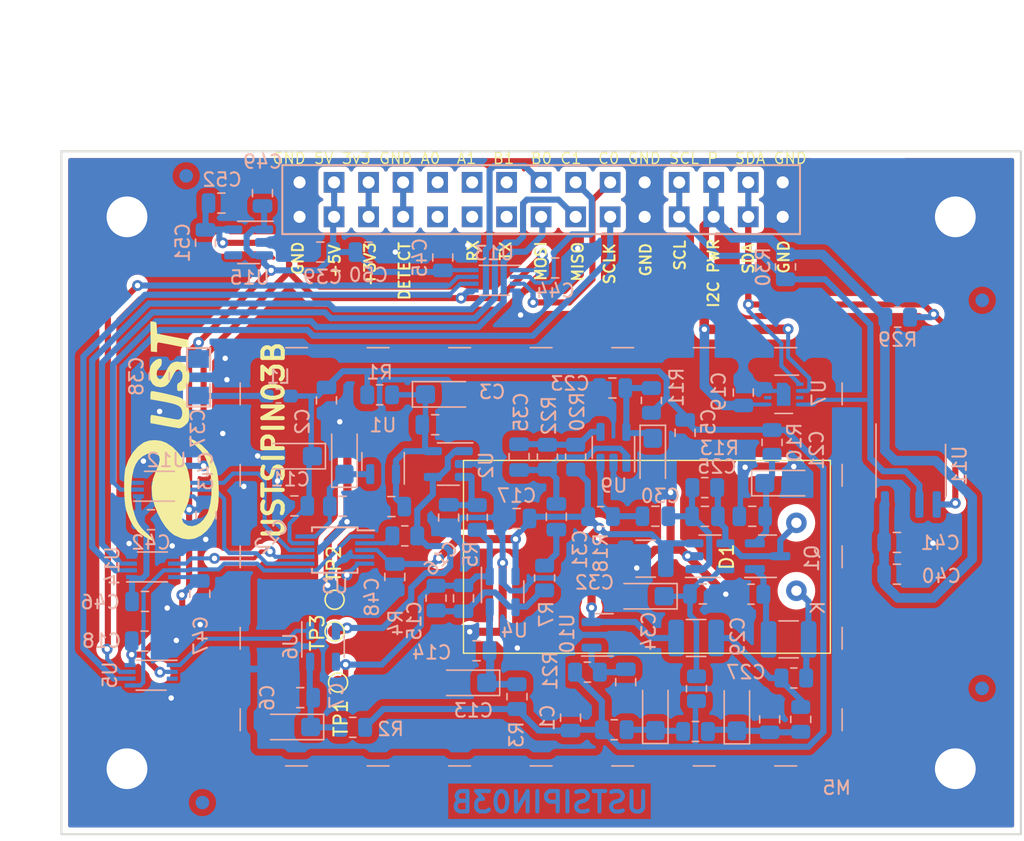
<source format=kicad_pcb>
(kicad_pcb (version 20221018) (generator pcbnew)
  (title_block (title "USTSIPIN03A") (date "2023-11-20") (rev "REV") (company "Universal Scientific Technologies s.r.o."))
  (layers (0 "F.Cu" signal) (31 "B.Cu" signal) (34 "B.Paste" user) (36 "B.SilkS" user "B.Silkscreen") (37 "F.SilkS" user "F.Silkscreen") (38 "B.Mask" user) (39 "F.Mask" user) (44 "Edge.Cuts" user))
  (net 0 "")
  (net 1 "GND")
  (net 2 "+5V")
  (net 3 "GNDA")
  (net 4 "/analogue_backend/VCC2")
  (net 5 "/analogue_backend/VCC3")
  (net 6 "/analogue_backend/4.1 V")
  (net 7 "/analogue_backend/VCC5")
  (net 8 "Net-(U6--)")
  (net 9 "Net-(U4--)")
  (net 10 "/PIN_detector/REF")
  (net 11 "Net-(U2-+)")
  (net 12 "VDD")
  (net 13 "Net-(Q1-D)")
  (net 14 "Net-(Q1-S)")
  (net 15 "/PIN_detector/K")
  (net 16 "Net-(U9-V+)")
  (net 17 "Net-(C25-Pad1)")
  (net 18 "/PIN_detector/A")
  (net 19 "Net-(C26-Pad1)")
  (net 20 "Net-(C27-Pad1)")
  (net 21 "Net-(C29-Pad1)")
  (net 22 "Net-(U9-+)")
  (net 23 "/PIN_detector/Signal")
  (net 24 "Net-(C31-Pad2)")
  (net 25 "Net-(U8-V+)")
  (net 26 "Net-(U9--)")
  (net 27 "Net-(U10-Vin)")
  (net 28 "Net-(C37-Pad1)")
  (net 29 "/interface/3v3")
  (net 30 "Net-(J1-Pad7)")
  (net 32 "/interface/A0")
  (net 33 "/interface/RX")
  (net 34 "/interface/A1")
  (net 35 "/interface/TX")
  (net 36 "/interface/B1")
  (net 37 "/interface/SOCKET_MOSI")
  (net 38 "/interface/B0")
  (net 39 "/interface/SOCKET_MISO")
  (net 40 "/interface/C1")
  (net 41 "/interface/SOCKET_SCLK")
  (net 42 "/interface/C0")
  (net 43 "/interface/SCL")
  (net 44 "/interface/SDA")
  (net 45 "/analogue_backend/A{slash}D")
  (net 46 "Net-(U2--)")
  (net 47 "/analogue_backend/Set")
  (net 48 "/analogue_backend/Reset")
  (net 49 "/analogue_backend/CONV")
  (net 50 "Net-(U5-C)")
  (net 54 "/analogue_backend/SDI")
  (net 55 "/analogue_backend/SDO")
  (net 56 "/analogue_backend/SCK")
  (net 57 "+5VD")
  (net 58 "+3.3V")
  (footprint "Mlab_Mechanical:MountingHole_3mm" (layer "F.Cu") (at 118.02 84.68)
    (fp_text reference "M1" hide)
    (fp_text value "HOLE" hide)
  )
  (footprint "Mlab_Mechanical:MountingHole_3mm" (layer "F.Cu") (at 178.98 84.68)
    (fp_text reference "M2" hide)
    (fp_text value "HOLE" hide)
  )
  (footprint "Mlab_Mechanical:MountingHole_3mm" (layer "F.Cu") (at 118.02 125.32)
    (fp_text reference "M3" hide)
    (fp_text value "HOLE" hide)
  )
  (footprint "Mlab_Mechanical:MountingHole_3mm" (layer "F.Cu") (at 178.98 125.32)
    (fp_text reference "M4" hide)
    (fp_text value "HOLE" hide)
  )
  (footprint "TestPoint:TestPoint_Pad_D1.0mm" (layer "F.Cu") (at 133.2992 115.2144)
    (fp_text reference "TP3")
    (fp_text value "Signal")
  )
  (footprint "TestPoint:TestPoint_Pad_D1.0mm" (layer "F.Cu") (at 133.2992 112.8776)
    (fp_text reference "TP2")
    (fp_text value "AGND")
  )
  (footprint "TestPoint:TestPoint_Pad_D1.0mm" (layer "F.Cu") (at 133.5532 118.9736)
    (fp_text reference "TP1")
    (fp_text value "Signal")
  )
  (footprint "MLAB_LOGA:UST" (layer "F.Cu") (at 121.285 100.457 90)
    (fp_text reference "G1" hide)
    (fp_text value "LOGO" hide)
  )
  (footprint "Mlab_D:HAMAMATSU_S2744-09" (layer "F.Cu") (at 156.2844 109.7136 180)
    (fp_text reference "D1")
    (fp_text value "S2744-09" hide)
  )
  (footprint "Capacitor_SMD:C_0805_2012Metric" (layer "B.Cu") (at 132.7012 98.1928 -90)
    (fp_text reference "C2")
    (fp_text value "100nF" hide)
  )
  (footprint "Package_TO_SOT_SMD:TSOT-23-5" (layer "B.Cu") (at 141.6674 102.8848 180)
    (fp_text reference "U2")
    (fp_text value "AD8691")
  )
  (footprint "Capacitor_Tantalum_SMD:CP_EIA-3216-18_Kemet-A" (layer "B.Cu") (at 141.3372 97.7502)
    (fp_text reference "C3")
    (fp_text value "10uF" hide)
  )
  (footprint "Capacitor_SMD:C_0805_2012Metric" (layer "B.Cu") (at 137.4764 106.016 180)
    (fp_text reference "C8" hide)
    (fp_text value "100nF" hide)
  )
  (footprint "Capacitor_SMD:C_0805_2012Metric" (layer "B.Cu") (at 140.7022 99.9892)
    (fp_text reference "C4" hide)
    (fp_text value "100nF" hide)
  )
  (footprint "Capacitor_SMD:C_0805_2012Metric" (layer "B.Cu") (at 130.7708 120.0876 180)
    (fp_text reference "C7")
    (fp_text value "100nF" hide)
  )
  (footprint "Capacitor_SMD:C_0805_2012Metric" (layer "B.Cu") (at 141.6928 106.8288 -90)
    (fp_text reference "C16")
    (fp_text value "1nF" hide)
  )
  (footprint "Resistor_SMD:R_0805_2012Metric" (layer "B.Cu") (at 138.467 108.175)
    (fp_text reference "R6" hide)
    (fp_text value "10" hide)
  )
  (footprint "Resistor_SMD:R_0805_2012Metric" (layer "B.Cu") (at 146.722 120.0114 -90)
    (fp_text reference "R3")
    (fp_text value "100" hide)
  )
  (footprint "Resistor_SMD:R_0805_2012Metric" (layer "B.Cu") (at 134.6316 122.272)
    (fp_text reference "R2")
    (fp_text value "100" hide)
  )
  (footprint "Resistor_SMD:R_0805_2012Metric" (layer "B.Cu") (at 143.801 106.818 -90)
    (fp_text reference "R5")
    (fp_text value "10k" hide)
  )
  (footprint "RF_Shielding:Laird_Technologies_BMI-S-210-F_44.00x30.50mm" (layer "B.Cu") (at 148.5 109.7136)
    (fp_text reference "M5")
    (fp_text value "RFShield_TwoPieces" hide)
  )
  (footprint "Package_TO_SOT_SMD:SOT-23-5" (layer "B.Cu") (at 132.4472 116.303 -90)
    (fp_text reference "U6")
    (fp_text value "TS3021ILT")
  )
  (footprint "Capacitor_SMD:C_1210_3225Metric" (layer "B.Cu") (at 156.1962 109.8514 180)
    (fp_text reference "C32")
    (fp_text value "1uF" hide)
  )
  (footprint "Package_TO_SOT_SMD:TSOT-23-5" (layer "B.Cu") (at 153.819 101.6542 90)
    (fp_text reference "U9")
    (fp_text value "AD8691")
  )
  (footprint "Capacitor_SMD:C_0805_2012Metric" (layer "B.Cu") (at 130.339 105.9652 180)
    (fp_text reference "C12")
    (fp_text value "100nF" hide)
  )
  (footprint "Capacitor_SMD:C_0805_2012Metric" (layer "B.Cu") (at 127.9906 82.931 90)
    (fp_text reference "C49")
    (fp_text value "10uF")
  )
  (footprint "Capacitor_SMD:C_0805_2012Metric" (layer "B.Cu") (at 119.3408 113.001)
    (fp_text reference "C46")
    (fp_text value "100nF")
  )
  (footprint "Capacitor_SMD:C_0805_2012Metric" (layer "B.Cu") (at 119.3154 115.922)
    (fp_text reference "C18")
    (fp_text value "100nF")
  )
  (footprint "Capacitor_SMD:C_0805_2012Metric" (layer "B.Cu") (at 120.396 96.4184 -90)
    (fp_text reference "C38")
    (fp_text value "100nF")
  )
  (footprint "Package_SO:VSSOP-8_2.3x2mm_P0.5mm" (layer "B.Cu") (at 119.798 118.4366 180)
    (fp_text reference "U5")
    (fp_text value "SN74LVC2G74")
  )
  (footprint "Capacitor_Tantalum_SMD:CP_EIA-3216-18_Kemet-A" (layer "B.Cu") (at 143.1406 118.9954 180)
    (fp_text reference "C13")
    (fp_text value "10uF" hide)
  )
  (footprint "Resistor_SMD:R_0805_2012Metric" (layer "B.Cu") (at 152.8688 106.7526)
    (fp_text reference "R18")
    (fp_text value "10k" hide)
  )
  (footprint "Resistor_SMD:R_0805_2012Metric" (layer "B.Cu") (at 167.6048 121.6882 -90)
    (fp_text reference "R16" hide)
    (fp_text value "4k7" hide)
  )
  (footprint "Resistor_SMD:R_0805_2012Metric" (layer "B.Cu") (at 159.93 119.4272 -90)
    (fp_text reference "R19" hide)
    (fp_text value "470R" hide)
  )
  (footprint "Capacitor_SMD:C_0805_2012Metric" (layer "B.Cu") (at 149.6176 106.7672 90)
    (fp_text reference "C31")
    (fp_text value "100nF" hide)
  )
  (footprint "Package_SO:VSSOP-8_2.3x2mm_P0.5mm" (layer "B.Cu") (at 120.4076 104.5174)
    (fp_text reference "U12")
    (fp_text value "SN74LVC2T45DCU")
  )
  (footprint "Capacitor_Tantalum_SMD:CP_EIA-3216-18_Kemet-A" (layer "B.Cu") (at 156.1962 112.62 180)
    (fp_text reference "C34")
    (fp_text value "10uF" hide)
  )
  (footprint "Package_SO:MSOP-10_3x3mm_P0.5mm" (layer "B.Cu") (at 133.3108 109.2164 180)
    (fp_text reference "U3")
    (fp_text value "LTC1865-MS" hide)
  )
  (footprint "Capacitor_SMD:C_0805_2012Metric" (layer "B.Cu") (at 174.6874 108.6576)
    (fp_text reference "C41")
    (fp_text value "100nF")
  )
  (footprint "Capacitor_SMD:C_0805_2012Metric" (layer "B.Cu") (at 142.785 112.7724 -90)
    (fp_text reference "C15")
    (fp_text value "2n2" hide)
  )
  (footprint "Capacitor_SMD:C_0805_2012Metric" (layer "B.Cu") (at 159.0918 100.5804 -90)
    (fp_text reference "C5")
    (fp_text value "100nF" hide)
  )
  (footprint "Capacitor_SMD:C_1210_3225Metric" (layer "B.Cu") (at 159.9046 115.6934 180)
    (fp_text reference "C29")
    (fp_text value "1uF" hide)
  )
  (footprint "Resistor_SMD:R_0805_2012Metric" (layer "B.Cu") (at 163.9432 112.4676 180)
    (fp_text reference "R12" hide)
    (fp_text value "4k7" hide)
  )
  (footprint "Capacitor_SMD:C_0805_2012Metric" (layer "B.Cu") (at 137.7304 111.1976 -90)
    (fp_text reference "C48")
    (fp_text value "1nF" hide)
  )
  (footprint "Capacitor_SMD:C_0805_2012Metric" (layer "B.Cu") (at 123.3794 112.4422 -90)
    (fp_text reference "C47")
    (fp_text value "100nF")
  )
  (footprint "Resistor_SMD:R_0805_2012Metric" (layer "B.Cu") (at 151.9055 118.208 180)
    (fp_text reference "R21")
    (fp_text value "470R" hide)
  )
  (footprint "Capacitor_SMD:C_0805_2012Metric" (layer "B.Cu") (at 165.3188 121.6882 90)
    (fp_text reference "C28" hide)
    (fp_text value "100nF" hide)
  )
  (footprint "Capacitor_SMD:C_0805_2012Metric" (layer "B.Cu") (at 133.895 105.9906)
    (fp_text reference "C10" hide)
    (fp_text value "100nF" hide)
  )
  (footprint "Mlab_L:FIR_0805" (layer "B.Cu") (at 123.2916 96.4946 90)
    (fp_text reference "C37")
    (fp_text value "1uF" hide)
  )
  (footprint "Resistor_SMD:R_0805_2012Metric" (layer "B.Cu") (at 156.613 98.1998 -90)
    (fp_text reference "R11")
    (fp_text value "470R" hide)
  )
  (footprint "Package_TO_SOT_SMD:SOT-23-5" (layer "B.Cu") (at 126.9746 86.5632 180)
    (fp_text reference "U15")
    (fp_text value "MIC5504-3.3YM5-TR")
  )
  (footprint "Resistor_SMD:R_0805_2012Metric" (layer "B.Cu") (at 167.0928 118.6398 180)
    (fp_text reference "R17" hide)
    (fp_text value "4k7" hide)
  )
  (footprint "Capacitor_Tantalum_SMD:CP_EIA-3216-18_Kemet-A" (layer "B.Cu") (at 130.1866 122.2466 180)
    (fp_text reference "C6")
    (fp_text value "10uF" hide)
  )
  (footprint "NetTie:NetTie-2_SMD_Pad0.5mm" (layer "B.Cu") (at 127.4688 117.9794 180)
    (fp_text reference "JP1" hide)
    (fp_text value "Jumper_2_Bridged" hide)
  )
  (footprint "Package_TO_SOT_SMD:SOT-23" (layer "B.Cu") (at 136.8668 102.6886 90)
    (fp_text reference "U1")
    (fp_text value "ISL21080CIH341Z-TK" hide)
  )
  (footprint "Capacitor_SMD:C_0805_2012Metric" (layer "B.Cu") (at 160.4022 112.4498)
    (fp_text reference "C33" hide)
    (fp_text value "100nF" hide)
  )
  (footprint "Resistor_SMD:R_0805_2012Metric" (layer "B.Cu") (at 148.9572 102.373 90)
    (fp_text reference "R20")
    (fp_text value "10k" hide)
  )
  (footprint "Capacitor_SMD:C_0805_2012Metric" (layer "B.Cu") (at 164.0332 106.7308 180)
    (fp_text reference "C20" hide)
    (fp_text value "100nF" hide)
  )
  (footprint "Resistor_SMD:R_0805_2012Metric" (layer "B.Cu") (at 160.5396 104.619)
    (fp_text reference "R13")
    (fp_text value "10M" hide)
  )
  (footprint "Capacitor_SMD:C_0805_2012Metric" (layer "B.Cu") (at 123.8366 106.651 -90)
    (fp_text reference "C43")
    (fp_text value "100nF")
  )
  (footprint "Resistor_SMD:R_0805_2012Metric" (layer "B.Cu") (at 165.4926 101.2916 90)
    (fp_text reference "R10")
    (fp_text value "470R" hide)
  )
  (footprint "Capacitor_SMD:C_0805_2012Metric" (layer "B.Cu") (at 163.3778 97.621199 90)
    (fp_text reference "C19")
    (fp_text value "100nF" hide)
  )
  (footprint "Capacitor_SMD:C_0805_2012Metric" (layer "B.Cu") (at 143.7502 116.6332 180)
    (fp_text reference "C14")
    (fp_text value "100nF" hide)
  )
  (footprint "Capacitor_SMD:C_0805_2012Metric" (layer "B.Cu") (at 123.7996 86.5886 -90)
    (fp_text reference "C51")
    (fp_text value "10uF")
  )
  (footprint "Capacitor_SMD:C_0805_2012Metric" (layer "B.Cu") (at 132.244 87.2708 180)
    (fp_text reference "C39")
    (fp_text value "10uF")
  )
  (footprint "Capacitor_SMD:C_0805_2012Metric" (layer "B.Cu") (at 135.7884 87.2744)
    (fp_text reference "C50")
    (fp_text value "100nF")
  )
  (footprint "Capacitor_Tantalum_SMD:CP_EIA-3216-18_Kemet-A" (layer "B.Cu") (at 134.022 102.2822 90)
    (fp_text reference "C9" hide)
    (fp_text value "10uF" hide)
  )
  (footprint "Capacitor_SMD:C_0805_2012Metric" (layer "B.Cu") (at 174.6874 110.9944)
    (fp_text reference "C40")
    (fp_text value "10uF")
  )
  (footprint "Fiducial:Fiducial_1mm_Mask2mm" (layer "B.Cu") (at 180.9496 119.4054 -90)
    (fp_text reference "FID4" hide)
    (fp_text value "Fiducial")
  )
  (footprint "Capacitor_SMD:C_1210_3225Metric" (layer "B.Cu") (at 166.7118 115.795)
    (fp_text reference "C22" hide)
    (fp_text value "1uF" hide)
  )
  (footprint "Resistor_SMD:R_0805_2012Metric" (layer "B.Cu") (at 136.6128 97.7864 180)
    (fp_text reference "R1")
    (fp_text value "100" hide)
  )
  (footprint "Capacitor_Tantalum_SMD:CP_EIA-3216-18_Kemet-A" (layer "B.Cu") (at 130.3136 102.3076 180)
    (fp_text reference "C11")
    (fp_text value "10uF" hide)
  )
  (footprint "Capacitor_SMD:C_0805_2012Metric" (layer "B.Cu") (at 154.723 118.9446 -90)
    (fp_text reference "C36" hide)
    (fp_text value "100nF" hide)
  )
  (footprint "Fiducial:Fiducial_1mm_Mask2mm" (layer "B.Cu") (at 123.571 127.8128 180)
    (fp_text reference "FID2" hide)
    (fp_text value "Fiducial")
  )
  (footprint "Capacitor_SMD:C_0805_2012Metric" (layer "B.Cu") (at 156.9074 106.7272)
    (fp_text reference "C30")
    (fp_text value "100nF" hide)
  )
  (footprint "Resistor_SMD:R_0805_2012Metric" (layer "B.Cu") (at 151.04 102.373 -90)
    (fp_text reference "R22")
    (fp_text value "1k" hide)
  )
  (footprint "Capacitor_Tantalum_SMD:CP_EIA-3216-18_Kemet-A" (layer "B.Cu") (at 166.3054 104.2888)
    (fp_text reference "C21")
    (fp_text value "10uF" hide)
  )
  (footprint "Capacitor_Tantalum_SMD:CP_EIA-3216-18_Kemet-A" (layer "B.Cu") (at 156.7146 102.34 -90)
    (fp_text reference "C24" hide)
    (fp_text value "10uF" hide)
  )
  (footprint "Resistor_SMD:R_0805_2012Metric" (layer "B.Cu") (at 148.754 111.2738 90)
    (fp_text reference "R7")
    (fp_text value "1k" hide)
  )
  (footprint "Capacitor_SMD:C_0805_2012Metric" (layer "B.Cu") (at 149.5298 88.4428)
    (fp_text reference "C44")
    (fp_text value "100nF")
  )
  (footprint "Resistor_SMD:R_0805_2012Metric" (layer "B.Cu") (at 153.8808 122.4502 180)
    (fp_text reference "R14" hide)
    (fp_text value "4k7" hide)
  )
  (footprint "Resistor_SMD:R_0805_2012Metric" (layer "B.Cu") (at 140.7644 112.757399 -90)
    (fp_text reference "R4")
    (fp_text value "10k" hide)
  )
  (footprint "Capacitor_SMD:C_0805_2012Metric" (layer "B.Cu") (at 119.7864 106.9848)
    (fp_text reference "C42")
    (fp_text value "100nF")
  )
  (footprint "Fiducial:Fiducial_1mm_Mask2mm" (layer "B.Cu") (at 180.9612 90.8268 180)
    (fp_text reference "FID1" hide)
    (fp_text value "Fiducial")
  )
  (footprint "Package_TO_SOT_SMD:SOT-23-5" (layer "B.Cu") (at 160.9206 109.6736)
    (fp_text reference "U8" hide)
    (fp_text value "OPA314" hide)
  )
  (footprint "Capacitor_SMD:C_0805_2012Metric" (layer "B.Cu") (at 150.663 121.5612 90)
    (fp_text reference "C1")
    (fp_text value "100nF" hide)
  )
  (footprint "Inductor_SMD:L_0603_1608Metric_Pad1.05x0.95mm_HandSolder" (layer "B.Cu") (at 129.1706 97.8772 180)
    (fp_text reference "L1")
    (fp_text value "NL03KT330" hide)
  )
  (footprint "Capacitor_SMD:C_0805_2012Metric" (layer "B.Cu") (at 146.6966 106.8942 180)
    (fp_text reference "C17")
    (fp_text value "100nF" hide)
  )
  (footprint "Capacitor_Tantalum_SMD:CP_EIA-3216-18_Kemet-A" (layer "B.Cu") (at 156.9034 121.1548 90)
    (fp_text reference "C26" hide)
    (fp_text value "10uF" hide)
  )
  (footprint "Capacitor_SMD:C_0805_2012Metric" (layer "B.Cu") (at 146.8744 102.373 90)
    (fp_text reference "C35")
    (fp_text value "3n3" hide)
  )
  (footprint "Resistor_SMD:R_0805_2012Metric" (layer "B.Cu") (at 159.8578 122.5772 180)
    (fp_text reference "R15" hide)
    (fp_text value "4k7" hide)
  )
  (footprint "Package_SO:VSSOP-8_2.3x2mm_P0.5mm" (layer "B.Cu") (at 119.8996 110.461)
    (fp_text reference "U14")
    (fp_text value "SN74LVC2T45DCU")
  )
  (footprint "Resistor_SMD:R_0805_2012Metric" (layer "B.Cu") (at 174.7382 92.0714)
    (fp_text reference "R29")
    (fp_text value "10k")
  )
  (footprint "Capacitor_SMD:C_0805_2012Metric" (layer "B.Cu") (at 160.5546 106.7348)
    (fp_text reference "C25")
    (fp_text value "1pF" hide)
  )
  (footprint "Sensor_Humidity:Sensirion_DFN-8-1EP_2.5x2.5mm_P0.5mm_EP1.1x1.7mm" (layer "B.Cu") (at 166.3496 97.7482 180)
    (fp_text reference "U7")
    (fp_text value "SHT31-DIS" hide)
  )
  (footprint "Package_TO_SOT_SMD:SOT-23" (layer "B.Cu") (at 165.1624 109.6736)
    (fp_text reference "Q1")
    (fp_text value "2SK2394-6" hide)
  )
  (footprint "Fiducial:Fiducial_1mm_Mask2mm" (layer "B.Cu") (at 122.3772 81.661 -90)
    (fp_text reference "FID3" hide)
    (fp_text value "Fiducial")
  )
  (footprint "Mlab_Pin_Headers:Straight_2x15" (layer "B.Cu") (at 148.5 83.41 -90)
    (fp_text reference "J1" hide)
    (fp_text value "HEADER_2x15" hide)
  )
  (footprint "Package_SO:SOIC-8_3.9x4.9mm_P1.27mm" (layer "B.Cu") (at 175.7034 103.3856 -90)
    (fp_text reference "U11")
    (fp_text value "AT24CS64-SSHM")
  )
  (footprint "Capacitor_SMD:C_0805_2012Metric" (layer "B.Cu") (at 153.7428 97.2854 180)
    (fp_text reference "C23")
    (fp_text value "100nF" hide)
  )
  (footprint "Package_TO_SOT_SMD:SOT-23" (layer "B.Cu") (at 153.1482 115.4648)
    (fp_text reference "U10")
    (fp_text value "ISL21080DIH309" hide)
  )
  (footprint "Capacitor_Tantalum_SMD:CP_EIA-3216-18_Kemet-A" (layer "B.Cu") (at 162.9058 121.1802 90)
    (fp_text reference "C27")
    (fp_text value "10uF" hide)
  )
  (footprint "Resistor_SMD:R_0805_2012Metric" (layer "B.Cu") (at 166.4832 88.363 -90)
    (fp_text reference "R30")
    (fp_text value "10k")
  )
  (footprint "Capacitor_SMD:C_0805_2012Metric" (layer "B.Cu") (at 141.261 87.6772 90)
    (fp_text reference "C45")
    (fp_text value "100nF")
  )
  (footprint "Capacitor_SMD:C_0805_2012Metric" (layer "B.Cu") (at 124.968 83.6676)
    (fp_text reference "C52")
    (fp_text value "100nF")
  )
  (footprint "Package_TO_SOT_SMD:TSOT-23-5" (layer "B.Cu") (at 145.6666 112.289399 -90)
    (fp_text reference "U4")
    (fp_text value "AD8691")
  )
  (footprint "Package_SO:VSSOP-8_2.3x2mm_P0.5mm" (layer "B.Cu") (at 145.0456 89.3536 180)
    (fp_text reference "U13")
    (fp_text value "SN74LVC2T45DCU")
  )
  (gr_rect (start 113.194 79.854) (end 183.806 130.145999) (stroke (width 0.15)) (fill none) (layer "Edge.Cuts"))
  (gr_text "kaklik" (at 181.8894 114.5032 90) (layer "F.Cu" knockout) (effects (font (size 1.5 1.5) (thickness 0.2))))
  (gr_text "ust.cz" (at 171.7294 81.6864) (layer "F.Cu" knockout) (effects (font (size 1.5 1.5) (thickness 0.3))))
  (gr_text "2023" (at 181.9656 98.5012 90) (layer "F.Cu" knockout) (effects (font (size 1.5 1.5) (thickness 0.2))))
  (gr_text "USTSIPIN03B" (at 149.1488 127.7874) (layer "B.Cu") (effects (font (size 1.5 1.5) (thickness 0.3)) (justify mirror)))
  (gr_text "GND" (at 131.064 89.0524 90) (layer "F.SilkS") (effects (font (size 0.8 0.8) (thickness 0.15) bold) (justify left bottom)))
  (gr_text "TX" (at 146.3548 87.9856 90) (layer "F.SilkS") (effects (font (size 0.8 0.8) (thickness 0.15) bold) (justify left bottom)))
  (gr_text "SCLK" (at 154.0002 89.7382 90) (layer "F.SilkS") (effects (font (size 0.8 0.8) (thickness 0.15) bold) (justify left bottom)))
  (gr_text "RX" (at 143.9672 88.0618 90) (layer "F.SilkS") (effects (font (size 0.8 0.8) (thickness 0.15) bold) (justify left bottom)))
  (gr_text "+3V3" (at 136.3726 89.8652 90) (layer "F.SilkS") (effects (font (size 0.8 0.8) (thickness 0.15) bold) (justify left bottom)))
  (gr_text "USTSIPIN03B" (at 128.8034 101.1428 90) (layer "F.SilkS") (effects (font (size 1.5 1.5) (thickness 0.3))))
  (gr_text "DETECT" (at 138.9126 90.9066 90) (layer "F.SilkS") (effects (font (size 0.8 0.8) (thickness 0.15) bold) (justify left bottom)))
  (gr_text "GND" (at 156.6672 89.154 90) (layer "F.SilkS") (effects (font (size 0.8 0.8) (thickness 0.15) bold) (justify left bottom)))
  (gr_text "+5V" (at 133.7818 89.2556 90) (layer "F.SilkS") (effects (font (size 0.8 0.8) (thickness 0.15) bold) (justify left bottom)))
  (gr_text "GND 5V 3v3 GND A0  A1  B1  B0 C1  C0 GND SCL P  SDA GND" (at 128.6626 80.8446) (layer "F.SilkS") (effects (font (size 0.8 0.8) (thickness 0.1)) (justify left bottom)))
  (gr_text "SDA" (at 164.211 88.9762 90) (layer "F.SilkS") (effects (font (size 0.8 0.8) (thickness 0.15) bold) (justify left bottom)))
  (gr_text "GND" (at 166.8272 88.9508 90) (layer "F.SilkS") (effects (font (size 0.8 0.8) (thickness 0.15) bold) (justify left bottom)))
  (gr_text "MISO" (at 151.6634 89.535 90) (layer "F.SilkS") (effects (font (size 0.8 0.8) (thickness 0.15) bold) (justify left bottom)))
  (gr_text "MOSI" (at 148.9456 89.4842 90) (layer "F.SilkS") (effects (font (size 0.8 0.8) (thickness 0.15) bold) (justify left bottom)))
  (gr_text "I2C PWR" (at 161.6456 91.4654 90) (layer "F.SilkS") (effects (font (size 0.8 0.8) (thickness 0.15) bold) (justify left bottom)))
  (gr_text "SCL" (at 159.1818 88.7222 90) (layer "F.SilkS") (effects (font (size 0.8 0.8) (thickness 0.15) bold) (justify left bottom)))
  (segment (start 134.199552 111.441152) (end 134.199552 111.060152) (width 0.3) (layer "F.Cu") (net 1))
  (segment (start 134.4422 111.6838) (end 134.199552 111.441152) (width 0.3) (layer "F.Cu") (net 1))
  (via (at 125.0696 100.6348) (size 0.8) (drill 0.4) (layers "F.Cu" "B.Cu") (net 1))
  (via (at 120.9802 113.4872) (size 0.8) (drill 0.4) (layers "F.Cu" "B.Cu") (net 1))
  (via (at 119.2276 102.6668) (size 0.8) (drill 0.4) (layers "F.Cu" "B.Cu") (net 1))
  (via (at 120.4214 99.0092) (size 0.8) (drill 0.4) (layers "F.Cu" "B.Cu") (net 1))
  (via (at 177.329 108.7084) (size 0.8) (drill 0.4) (layers "F.Cu" "B.Cu") (net 1))
  (via (at 126.619 104.5312) (size 0.8) (drill 0.4) (layers "F.Cu" "B.Cu") (net 1))
  (via (at 146.984728 91.905175) (size 0.8) (drill 0.4) (layers "F.Cu" "B.Cu") (net 1))
  (via (at 134.199552 111.060152) (size 0.8) (drill 0.4) (layers "F.Cu" "B.Cu") (net 1))
  (via (at 129.1 104.128625) (size 0.8) (drill 0.4) (layers "F.Cu" "B.Cu") (net 1))
  (via (at 121.6522 115.8712) (size 0.8) (drill 0.4) (layers "F.Cu" "B.Cu") (net 1))
  (via (at 143.1036 86.7664) (size 0.8) (drill 0.4) (layers "F.Cu" "B.Cu") (net 1))
  (via (at 125.2474 95.0976) (size 0.8) (drill 0.4) (layers "F.Cu" "B.Cu") (net 1))
  (via (at 151.1972 87.004) (size 0.8) (drill 0.4) (layers "F.Cu" "B.Cu") (net 1))
  (via (at 118.1724 108.7338) (size 0.8) (drill 0.4) (layers "F.Cu" "B.Cu") (net 1))
  (via (at 137.7696 87.2744) (size 0.8) (drill 0.4) (layers "F.Cu" "B.Cu") (net 1))
  (via (at 123.81455 108.430767) (size 0.8) (drill 0.4) (layers "F.Cu" "B.Cu") (net 1))
  (via (at 121.2712 120.113) (size 0.8) (drill 0.4) (layers "F.Cu" "B.Cu") (net 1))
  (via (at 125.3744 96.6724) (size 0.8) (drill 0.4) (layers "F.Cu" "B.Cu") (net 1))
  (via (at 121.3474 108.9116) (size 0.8) (drill 0.4) (layers "F.Cu" "B.Cu") (net 1))
  (via (at 123.4048 114.7028) (size 0.8) (drill 0.4) (layers "F.Cu" "B.Cu") (net 1))
  (via (at 127.635 102.2858) (size 0.8) (drill 0.4) (layers "F.Cu" "B.Cu") (net 1))
  (segment (start 165.1746 96.9982) (end 163.704801 96.9982) (width 0.3) (layer "B.Cu") (net 1))
  (segment (start 148.272303 91.9582) (end 147.037753 91.9582) (width 0.3) (layer "B.Cu") (net 1))
  (segment (start 166.0996 97.4982) (end 165.1746 97.4982) (width 0.3) (layer "B.Cu") (net 1))
  (segment (start 141.261 86.7272) (end 138.3168 86.7272) (width 0.3) (layer "B.Cu") (net 1))
  (segment (start 141.261 86.7272) (end 143.0644 86.7272) (width 0.3) (layer "B.Cu") (net 1))
  (segment (start 143.0644 86.7272) (end 143.1036 86.7664) (width 0.3) (layer "B.Cu") (net 1))
  (segment (start 177.2782 108.6576) (end 177.329 108.7084) (width 0.5) (layer "B.Cu") (net 1))
  (segment (start 151.1972 87.7254) (end 151.1972 87.004) (width 0.3) (layer "B.Cu") (net 1))
  (segment (start 150.4798 88.4428) (end 151.1972 87.7254) (width 0.3) (layer "B.Cu") (net 1))
  (segment (start 135.043304 110.2164) (end 134.199552 111.060152) (width 0.3) (layer "B.Cu") (net 1))
  (segment (start 138.3168 86.7272) (end 137.7696 87.2744) (width 0.3) (layer "B.Cu") (net 1))
  (segment (start 147.037753 91.9582) (end 146.984728 91.905175) (width 0.3) (layer "B.Cu") (net 1))
  (segment (start 135.5108 110.2164) (end 135.043304 110.2164) (width 0.3) (layer "B.Cu") (net 1))
  (segment (start 166.3496 97.7482) (end 166.0996 97.4982) (width 0.3) (layer "B.Cu") (net 1))
  (segment (start 150.4798 88.4428) (end 150.4798 89.750703) (width 0.3) (layer "B.Cu") (net 1))
  (segment (start 175.6374 108.6576) (end 177.2782 108.6576) (width 0.5) (layer "B.Cu") (net 1))
  (segment (start 163.704801 96.9982) (end 163.3778 96.671199) (width 0.3) (layer "B.Cu") (net 1))
  (segment (start 150.4798 89.750703) (end 148.272303 91.9582) (width 0.3) (layer "B.Cu") (net 1))
  (segment (start 150.724 122.4502) (end 150.663 122.5112) (width 0.45) (layer "B.Cu") (net 2))
  (segment (start 156.613 99.1123) (end 157.738 97.9873) (width 0.45) (layer "B.Cu") (net 2))
  (segment (start 169.2714 122.601196) (end 168.170396 123.7022) (width 0.45) (layer "B.Cu") (net 2))
  (segment (start 131.6598 97.8772) (end 132.0668 97.8772) (width 0.4) (layer "B.Cu") (net 2))
  (segment (start 133.8938 96.0502) (end 132.7012 97.2428) (width 0.45) (layer "B.Cu") (net 2))
  (segment (start 159.0918 99.3411) (end 157.738 97.9873) (width 0.45) (layer "B.Cu") (net 2))
  (segment (start 159.8132 100.3518) (end 159.0918 99.6304) (width 0.45) (layer "B.Cu") (net 2))
  (segment (start 159.8284 123.7022) (end 154.2203 123.7022) (width 0.45) (layer "B.Cu") (net 2))
  (segment (start 157.738 96.6208) (end 157.1674 96.0502) (width 0.45) (layer "B.Cu") (net 2))
  (segment (start 159.8578 123.6728) (end 159.8284 123.7022) (width 0.4) (layer "B.Cu") (net 2))
  (segment (start 150.993 118.3794) (end 150.993 118.208) (width 0.45) (layer "B.Cu") (net 2))
  (segment (start 129.9834 108.517481) (end 129.9834 107.2708) (width 0.3) (layer "B.Cu") (net 2))
  (segment (start 130.182319 108.7164) (end 129.9834 108.517481) (width 0.3) (layer "B.Cu") (net 2))
  (segment (start 165.4926 100.3791) (end 166.4699 100.3791) (width 0.45) (layer "B.Cu") (net 2))
  (segment (start 150.663 122.5112) (end 148.3093 122.5112) (width 0.45) (layer "B.Cu") (net 2))
  (segment (start 159.93 120.3397) (end 159.8578 120.4119) (width 0.4) (layer "B.Cu") (net 2))
  (segment (start 131.4196 105.8346) (end 131.289 105.9652) (width 0.4) (layer "B.Cu") (net 2))
  (segment (start 169.2714 103.1806) (end 169.2714 122.601196) (width 0.45) (layer "B.Cu") (net 2))
  (segment (start 131.5762 97.9608) (end 131.6598 97.8772) (width 0.4) (layer "B.Cu") (net 2))
  (segment (start 166.4699 100.3791) (end 169.2714 103.1806) (width 0.45) (layer "B.Cu") (net 2))
  (segment (start 148.3093 122.5112) (end 146.722 120.9239) (width 0.45) (layer "B.Cu") (net 2))
  (segment (start 157.018 99.1123) (end 156.613 99.1123) (width 0.45) (layer "B.Cu") (net 2))
  (segment (start 131.5762 102.2202) (end 131.5762 97.9608) (width 0.4) (layer "B.Cu") (net 2))
  (segment (start 152.9683 122.4502) (end 150.724 122.4502) (width 0.45) (layer "B.Cu") (net 2))
  (segment (start 132.0668 97.8772) (end 132.7012 97.2428) (width 0.4) (layer "B.Cu") (net 2))
  (segment (start 157.1674 96.0502) (end 133.8938 96.0502) (width 0.45) (layer "B.Cu") (net 2))
  (segment (start 131.4196 102.5516) (end 131.4196 105.8346) (width 0.4) (layer "B.Cu") (net 2))
  (segment (start 135.7003 96.0502) (end 133.8938 96.0502) (width 0.4) (layer "B.Cu") (net 2))
  (segment (start 131.6636 102.3076) (end 131.4196 102.5516) (width 0.4) (layer "B.Cu") (net 2))
  (segment (start 131.6636 102.3076) (end 131.5762 102.2202) (width 0.4) (layer "B.Cu") (net 2))
  (segment (start 131.1108 108.7164) (end 130.182319 108.7164) (width 0.3) (layer "B.Cu") (net 2))
  (segment (start 165.4926 100.3791) (end 165.4653 100.3518) (width 0.45) (layer "B.Cu") (net 2))
  (segment (start 168.170396 123.7022) (end 159.8284 123.7022) (width 0.45) (layer "B.Cu") (net 2))
  (segment (start 130.0456 97.8772) (end 131.6598 97.8772) (width 0.4) (layer "B.Cu") (net 2))
  (segment (start 135.7003 97.7864) (end 135.7003 96.0502) (width 0.4) (layer "B.Cu") (net 2))
  (segment (start 136.8922 120.9239) (end 135.5441 122.272) (width 0.45) (layer "B.Cu") (net 2))
  (segment (start 157.738 97.9873) (end 157.738 96.6208) (width 0.45) (layer "B.Cu") (net 2))
  (segment (start 129.9834 107.2708) (end 131.289 105.9652) (width 0.3) (layer "B.Cu") (net 2))
  (segment (start 159.0918 99.6304) (end 159.0918 99.3411) (width 0.45) (layer "B.Cu") (net 2))
  (segment (start 146.722 120.9239) (end 136.8922 120.9239) (width 0.45) (layer "B.Cu") (net 2))
  (segment (start 152.9683 122.4502) (end 152.9683 120.3547) (width 0.45) (layer "B.Cu") (net 2))
  (segment (start 159.8578 120.4119) (end 159.8578 123.6728) (width 0.4) (layer "B.Cu") (net 2))
  (segment (start 154.2203 123.7022) (end 152.9683 122.4502) (width 0.45) (layer "B.Cu") (net 2))
  (segment (start 152.9683 120.3547) (end 150.993 118.3794) (width 0.45) (layer "B.Cu") (net 2))
  (segment (start 165.4653 100.3518) (end 159.8132 100.3518) (width 0.45) (layer "B.Cu") (net 2))
  (segment (start 145.5536 115.2362) (end 146.7474 116.43) (width 0.6) (layer "F.Cu") (net 3))
  (segment (start 158.025 109.1656) (end 158.025 104.9746) (width 0.6) (layer "F.Cu") (net 3))
  (segment (start 132.7912 111.8108) (end 132.7912 108.559602) (width 0.6) (layer "F.Cu") (net 3))
  (segment (start 132.7912 111.8108) (end 132.7912 112.3696) (width 0.6) (layer "F.Cu") (net 3))
  (segment (start 159.2783 109.6569) (end 158.8124 109.191) (width 0.6) (layer "F.Cu") (net 3))
  (segment (start 145.6666 110.1598) (end 145.6666 115.1232) (width 0.6) (layer "F.Cu") (net 3))
  (segment (start 143.2422 115.2362) (end 145.5536 115.2362) (width 0.6) (layer "F.Cu") (net 3))
  (segment (start 167.0928 103.0696) (end 163.5622 103.0696) (width 0.6) (layer "F.Cu") (net 3))
  (segment (start 134.239 107.111802) (end 134.2136 107.137202) (width 0.6) (layer "F.Cu") (net 3))
  (segment (start 156.882 109.191) (end 155.5358 110.5372) (width 0.6) (layer "F.Cu") (net 3))
  (segment (start 134.239 100.33) (end 134.239 107.111802) (width 0.6) (layer "F.Cu") (net 3))
  (segment (start 132.7912 108.559602) (end 134.2136 107.137202) (width 0.6) (layer "F.Cu") (net 3))
  (segment (start 145.6666 115.1232) (end 145.5536 115.2362) (width 0.6) (layer "F.Cu") (net 3))
  (segment (start 132.7912 112.3696) (end 133.2992 112.8776) (width 0.6) (layer "F.Cu") (net 3))
  (segment (start 162.089 112.4676) (end 159.2783 109.6569) (width 0.6) (layer "F.Cu") (net 3))
  (segment (start 163.5622 103.0696) (end 163.511399 103.120401) (width 0.4) (layer "F.Cu") (net 3))
  (segment (start 133.6802 99.7712) (end 134.239 100.33) (width 0.6) (layer "F.Cu") (net 3))
  (segment (start 158.8124 109.191) (end 156.882 109.191) (width 0.6) (layer "F.Cu") (net 3))
  (via (at 158.025 104.9746) (size 0.8) (drill 0.4) (layers "F.Cu" "B.Cu") (net 3))
  (via (at 159.2783 109.6569) (size 0.8) (drill 0.4) (layers "F.Cu" "B.Cu") (net 3))
  (via (at 155.5358 110.5372) (size 0.8) (drill 0.4) (layers "F.Cu" "B.Cu") (net 3))
  (via (at 163.511399 103.120401) (size 0.8) (drill 0.4) (layers "F.Cu" "B.Cu") (net 3))
  (via (at 133.6802 99.7712) (size 0.8) (drill 0.4) (layers "F.Cu" "B.Cu") (net 3))
  (via (at 162.089 112.4676) (size 0.8) (drill 0.4) (layers "F.Cu" "B.Cu") (net 3))
  (via (at 145.6666 110.1598) (size 0.8) (drill 0.4) (layers "F.Cu" "B.Cu") (net 3))
  (via (at 146.7474 116.43) (size 0.8) (drill 0.4) (layers "F.Cu" "B.Cu") (net 3))
  (via (at 132.7912 111.8108) (size 0.8) (drill 0.4) (layers "F.Cu" "B.Cu") (net 3))
  (via (at 167.0928 103.0696) (size 0.8) (drill 0.4) (layers "F.Cu" "B.Cu") (net 3))
  (via (at 134.2136 107.137202) (size 0.8) (drill 0.4) (layers "F.Cu" "B.Cu") (net 3))
  (via (at 143.2422 115.2362) (size 0.8) (drill 0.4) (layers "F.Cu" "B.Cu") (net 3))
  (segment (start 167.6554 104.2888) (end 167.6554 103.6322) (width 0.4) (layer "B.Cu") (net 3))
  (segment (start 149.480166 111.2738) (end 151.0732 112.866834) (width 0.4) (layer "B.Cu") (net 3))
  (segment (start 167.6554 103.6322) (end 167.0928 103.0696) (width 0.4) (layer "B.Cu") (net 3))
  (segment (start 157.281 119.4272) (end 162.5028 119.4272) (width 0.4) (layer "B.Cu") (net 3))
  (segment (start 154.85 109.8514) (end 155.5358 110.5372) (width 0.45) (layer "B.Cu") (net 3))
  (segment (start 145.6666 110.1598) (end 145.6666 106.9742) (width 0.4) (layer "B.Cu") (net 3))
  (segment (start 145.6704 106.818) (end 145.7466 106.8942) (width 0.4) (layer "B.Cu") (net 3))
  (segment (start 163.0832 106.7308) (end 163.1606 106.6534) (width 0.3) (layer "B.Cu") (net 3))
  (segment (start 154.3088 105.254) (end 155.1506 105.254) (width 0.4) (layer "B.Cu") (net 3))
  (segment (start 145.2488 106.3964) (end 145.7466 106.8942) (width 0.4) (layer "B.Cu") (net 3))
  (segment (start 146.234626 112.214399) (end 147.087235 112.214399) (width 0.4) (layer "B.Cu") (net 3))
  (segment (start 132.4472 113.723) (end 133.522662 112.647538) (width 0.45) (layer "B.Cu") (net 3))
  (segment (start 145.6666 110.1598) (end 145.6666 111.646373) (width 0.4) (layer "B.Cu") (net 3))
  (segment (start 163.1606 106.6534) (end 163.1606 102.9886) (width 0.4) (layer "B.Cu") (net 3))
  (segment (start 133.522662 112.647538) (end 137.230462 112.647538) (width 0.45) (layer "B.Cu") (net 3))
  (segment (start 132.7012 99.1428) (end 133.3296 99.7712) (width 0.3) (layer "B.Cu") (net 3))
  (segment (start 132.4472 113.873) (end 133.0706 113.2496) (width 0.3) (layer "B.Cu") (net 3))
  (segment (start 150.663 120.6112) (end 150.0555 120.0037) (width 0.45) (layer "B.Cu") (net 3))
  (segment (start 151.4972 115.4648) (end 154.0857 115.4648) (width 0.45) (layer "B.Cu") (net 3))
  (segment (start 132.4472 115.7188) (end 132.4472 114.953) (width 0.45) (layer "B.Cu") (net 3))
  (segment (start 150.0555 120.0037) (end 150.0555 116.9065) (width 0.45) (layer "B.Cu") (net 3))
  (segment (start 154.7212 109.8514) (end 154.85 109.8514) (width 0.45) (layer "B.Cu") (net 3))
  (segment (start 141.6122 96.6752) (end 136.6238 96.6752) (width 0.4) (layer "B.Cu") (net 3))
  (segment (start 151.0732 115.0408) (end 151.4972 115.4648) (width 0.4) (layer "B.Cu") (net 3))
  (segment (start 150.0555 116.9065) (end 151.4972 115.4648) (width 0.45) (layer "B.Cu") (net 3))
  (segment (start 133.0706 110.617) (end 133.9712 109.7164) (width 0.3) (layer "B.Cu") (net 3))
  (segment (start 133.0706 113.2496) (end 133.0706 110.617) (width 0.3) (layer "B.Cu") (net 3))
  (segment (start 132.4472 114.953) (end 132.4472 113.873) (width 0.3) (layer "B.Cu") (net 3))
  (segment (start 163.0307 112.4676) (end 161.37 112.4676) (width 0.45) (layer "B.Cu") (net 3))
  (segment (start 136.8552 98.754966) (end 136.8552 101.7395) (width 0.4) (layer "B.Cu") (net 3))
  (segment (start 136.6238 96.6752) (end 136.6128 96.6862) (width 0.4) (layer "B.Cu") (net 3))
  (segment (start 142.6872 97.7502) (end 141.6122 96.6752) (width 0.4) (layer "B.Cu") (net 3))
  (segment (start 145.6666 111.646373) (end 146.234626 112.214399) (width 0.4) (layer "B.Cu") (net 3))
  (segment (start 145.2488 103.3562) (end 145.2488 106.3964) (width 0.4) (layer "B.Cu") (net 3))
  (segment (start 136.8552 101.7395) (end 136.8668 101.7511) (width 0.4) (layer "B.Cu") (net 3))
  (segment (start 142.8002 116.6332) (end 142.8002 115.6782) (width 0.4) (layer "B.Cu") (net 3))
  (segment (start 137.230462 112.647538) (end 137.7304 112.1476) (width 0.45) (layer "B.Cu") (net 3))
  (segment (start 136.6128 98.512566) (end 136.8552 98.754966) (width 0.4) (layer "B.Cu") (net 3))
  (segment (start 143.3774 102.8848) (end 144.7774 102.8848) (width 0.4) (layer "B.Cu") (net 3))
  (segment (start 142.6536 106.818) (end 145.6704 106.818) (width 0.4) (layer "B.Cu") (net 3))
  (segment (start 133.3296 99.7712) (end 133.6802 99.7712) (width 0.3) (layer "B.Cu") (net 3))
  (segment (start 129.8208 117.3744) (end 130.8886 116.3066) (width 0.45) (layer "B.Cu") (net 3))
  (segment (start 147.087235 112.214399) (end 148.027834 111.2738) (width 0.4) (layer "B.Cu") (net 3))
  (segment (start 145.6666 106.9742) (end 145.7466 106.8942) (width 0.4) (layer "B.Cu") (net 3))
  (segment (start 130.8886 116.3066) (end 131.8594 116.3066) (width 0.45) (layer "B.Cu") (net 3))
  (segment (start 144.7774 102.8848) (end 145.2488 103.3562) (width 0.4) (layer "B.Cu") (net 3))
  (segment (start 131.8594 116.3066) (end 132.4472 115.7188) (width 0.45) (layer "B.Cu") (net 3))
  (segment (start 151.0732 112.866834) (end 151.0732 115.0408) (width 0.4) (layer "B.Cu") (net 3))
  (segment (start 136.6128 96.6862) (end 136.6128 98.512566) (width 0.4) (layer "B.Cu") (net 3))
  (segment (start 156.9034 119.8048) (end 157.281 119.4272) (width 0.4) (layer "B.Cu") (net 3))
  (segment (start 132.4472 114.953) (end 132.4472 113.723) (width 0.45) (layer "B.Cu") (net 3))
  (segment (start 161.37 112.4676) (end 161.3522 112.4498) (width 0.45) (layer "B.Cu") (net 3))
  (segment (start 133.9712 109.7164) (end 135.5108 109.7164) (width 0.3) (layer "B.Cu") (net 3))
  (segment (start 142.8002 115.6782) (end 143.2422 115.2362) (width 0.4) (layer "B.Cu") (net 3))
  (segment (start 141.6928 107.7788) (end 142.6536 106.818) (width 0.4) (layer "B.Cu") (net 3))
  (segment (start 148.027834 111.2738) (end 149.480166 111.2738) (width 0.4) (layer "B.Cu") (net 3))
  (segment (start 159.7831 109.6736) (end 159.295 109.6736) (width 0.45) (layer "B.Cu") (net 3))
  (segment (start 159.295 109.6736) (end 159.2783 109.6569) (width 0.45) (layer "B.Cu") (net 3))
  (segment (start 155.1506 105.254) (end 156.7146 103.69) (width 0.4) (layer "B.Cu") (net 3))
  (segment (start 162.5028 119.4272) (end 162.9058 119.8302) (width 0.4) (layer "B.Cu") (net 3))
  (segment (start 153.819 104.7642) (end 154.3088 105.254) (width 0.4) (layer "B.Cu") (net 3))
  (segment (start 129.8208 120.0876) (end 129.8208 117.3744) (width 0.45) (layer "B.Cu") (net 3))
  (segment (start 153.819 103.3642) (end 153.819 104.7642) (width 0.4) (layer "B.Cu") (net 3))
  (segment (start 139.9872 99.7542) (end 139.7522 99.9892) (width 0.4) (layer "B.Cu") (net 4))
  (segment (start 139.9872 97.7502) (end 139.9872 99.7542) (width 0.4) (layer "B.Cu") (net 4))
  (segment (start 139.9574 101.9348) (end 139.9574 100.1944) (width 0.45) (layer "B.Cu") (net 4))
  (segment (start 137.8168 103.6261) (end 137.8168 105.4064) (width 0.45) (layer "B.Cu") (net 4))
  (segment (start 137.8168 105.4064) (end 138.4264 106.016) (width 0.45) (layer "B.Cu") (net 4))
  (segment (start 137.8168 102.6254) (end 137.8168 103.6261) (width 0.45) (layer "B.Cu") (net 4))
  (segment (start 139.951 97.7864) (end 139.9872 97.7502) (width 0.4) (layer "B.Cu") (net 4))
  (segment (start 139.9574 100.1944) (end 139.7522 99.9892) (width 0.45) (layer "B.Cu") (net 4))
  (segment (start 137.5253 97.7864) (end 139.951 97.7864) (width 0.4) (layer "B.Cu") (net 4))
  (segment (start 139.9574 101.9348) (end 138.5074 101.9348) (width 0.45) (layer "B.Cu") (net 4))
  (segment (start 138.5074 101.9348) (end 137.8168 102.6254) (width 0.45) (layer "B.Cu") (net 4))
  (segment (start 131.5366 120.2718) (end 131.7208 120.0876) (width 0.45) (layer "B.Cu") (net 5))
  (segment (start 131.4704 119.8372) (end 131.4704 117.6798) (width 0.45) (layer "B.Cu") (net 5))
  (segment (start 131.5366 122.2466) (end 131.5366 120.2718) (width 0.45) (layer "B.Cu") (net 5))
  (segment (start 131.7208 120.0876) (end 131.4704 119.8372) (width 0.45) (layer "B.Cu") (net 5))
  (segment (start 133.7191 122.272) (end 131.562 122.272) (width 0.45) (layer "B.Cu") (net 5))
  (segment (start 131.562 122.272) (end 131.5366 122.2466) (width 0.45) (layer "B.Cu") (net 5))
  (segment (start 131.4704 117.6798) (end 131.4972 117.653) (width 0.45) (layer "B.Cu") (net 5))
  (segment (start 132.945 105.9906) (end 132.945 104.7092) (width 0.45) (layer "B.Cu") (net 6))
  (segment (start 131.8898 108.2164) (end 132.945 107.1612) (width 0.3) (layer "B.Cu") (net 6))
  (segment (start 135.9107 103.6322) (end 135.9168 103.6261) (width 0.3) (layer "B.Cu") (net 6))
  (segment (start 132.945 107.1612) (end 132.945 105.9906) (width 0.3) (layer "B.Cu") (net 6))
  (segment (start 131.1108 108.2164) (end 131.8898 108.2164) (width 0.3) (layer "B.Cu") (net 6))
  (segment (start 134.022 103.6322) (end 135.9107 103.6322) (width 0.45) (layer "B.Cu") (net 6))
  (segment (start 132.945 104.7092) (end 134.022 103.6322) (width 0.45) (layer "B.Cu") (net 6))
  (segment (start 144.7408 118.7452) (end 144.7408 117.093) (width 0.6) (layer "B.Cu") (net 7))
  (segment (start 144.4906 118.9954) (end 144.7408 118.7452) (width 0.6) (layer "B.Cu") (net 7))
  (segment (start 144.5941 119.0989) (end 144.4906 118.9954) (width 0.45) (layer "B.Cu") (net 7))
  (segment (start 144.7002 114.015799) (end 144.7166 113.999399) (width 0.3) (layer "B.Cu") (net 7))
  (segment (start 146.722 119.0989) (end 144.5941 119.0989) (width 0.5) (layer "B.Cu") (net 7))
  (segment (start 144.7002 116.6332) (end 144.7002 114.015799) (width 0.5) (layer "B.Cu") (net 7))
  (segment (start 144.7408 117.093) (end 144.4906 116.8428) (width 0.6) (layer "B.Cu") (net 7))
  (segment (start 133.5532 118.9736) (end 134.112 118.4148) (width 0.4) (layer "F.Cu") (net 8))
  (segment (start 134.112 118.4148) (end 134.112 117.653) (width 0.4) (layer "F.Cu") (net 8))
  (via (at 134.112 117.653) (size 0.8) (drill 0.4) (layers "F.Cu" "B.Cu") (net 8))
  (segment (start 143.0666 111.8224) (end 143.737101 111.151899) (width 0.45) (layer "B.Cu") (net 8))
  (segment (start 134.112 117.653) (end 133.3972 117.653) (width 0.45) (layer "B.Cu") (net 8))
  (segment (start 144.7166 111.151899) (end 144.7166 108.6461) (width 0.45) (layer "B.Cu") (net 8))
  (segment (start 143.737101 111.151899) (end 144.7166 111.151899) (width 0.45) (layer "B.Cu") (net 8))
  (segment (start 144.7166 108.6461) (end 143.801 107.7305) (width 0.45) (layer "B.Cu") (net 8))
  (segment (start 142.785 111.8224) (end 143.0666 111.8224) (width 0.45) (layer "B.Cu") (net 8))
  (segment (start 136.7614 117.653) (end 134.112 117.653) (width 0.45) (layer "B.Cu") (net 8))
  (segment (start 139.6394 114.775) (end 136.7614 117.653) (width 0.45) (layer "B.Cu") (net 8))
  (segment (start 139.6394 112.735) (end 139.6394 114.775) (width 0.45) (layer "B.Cu") (net 8))
  (segment (start 140.7644 111.844899) (end 142.762501 111.844899) (width 0.45) (layer "B.Cu") (net 8))
  (segment (start 142.762501 111.844899) (end 142.785 111.8224) (width 0.45) (layer "B.Cu") (net 8))
  (segment (start 140.529501 111.844899) (end 139.6394 112.735) (width 0.45) (layer "B.Cu") (net 8))
  (segment (start 140.7644 111.844899) (end 140.529501 111.844899) (width 0.45) (layer "B.Cu") (net 8))
  (segment (start 146.155129 113.3856) (end 145.108928 112.339399) (width 0.45) (layer "B.Cu") (net 9))
  (segment (start 142.785 113.7224) (end 140.816901 113.7224) (width 0.45) (layer "B.Cu") (net 9))
  (segment (start 144.324272 112.339399) (end 143.9916 112.672071) (width 0.45) (layer "B.Cu") (net 9))
  (segment (start 143.9916 112.672071) (end 143.9916 112.7008) (width 0.45) (layer "B.Cu") (net 9))
  (segment (start 140.816901 113.7224) (end 140.7644 113.669899) (width 0.45) (layer "B.Cu") (net 9))
  (segment (start 148.5955 112.1863) (end 147.3962 113.3856) (width 0.45) (layer "B.Cu") (net 9))
  (segment (start 148.754 112.1863) (end 148.5955 112.1863) (width 0.45) (layer "B.Cu") (net 9))
  (segment (start 147.3962 113.3856) (end 146.155129 113.3856) (width 0.45) (layer "B.Cu") (net 9))
  (segment (start 145.108928 112.339399) (end 144.324272 112.339399) (width 0.45) (layer "B.Cu") (net 9))
  (segment (start 142.97 113.7224) (end 142.785 113.7224) (width 0.45) (layer "B.Cu") (net 9))
  (segment (start 143.9916 112.7008) (end 142.97 113.7224) (width 0.45) (layer "B.Cu") (net 9))
  (segment (start 140.9562 109.826) (end 142.375 108.4072) (width 0.6) (layer "F.Cu") (net 10))
  (segment (start 152.76586 107.602885) (end 152.2107 108.158045) (width 0.6) (layer "F.Cu") (net 10))
  (segment (start 152.2107 108.158045) (end 152.2107 113.4582) (width 0.6) (layer "F.Cu") (net 10))
  (segment (start 142.375 108.4072) (end 146.6166 108.4072) (width 0.6) (layer "F.Cu") (net 10))
  (via (at 152.76586 107.602885) (size 0.8) (drill 0.4) (layers "F.Cu" "B.Cu") (net 10))
  (via (at 152.2107 113.4582) (size 0.8) (drill 0.4) (layers "F.Cu" "B.Cu") (net 10))
  (via (at 146.6166 108.4072) (size 0.8) (drill 0.4) (layers "F.Cu" "B.Cu") (net 10))
  (via locked (at 140.9562 109.826) (size 0.8) (drill 0.4) (layers "F.Cu" "B.Cu") (net 10))
  (segment (start 157.6712 108.7236) (end 159.7831 108.7236) (width 0.45) (layer "B.Cu") (net 10))
  (segment (start 157.6712 109.8514) (end 157.6712 108.7236) (width 0.45) (layer "B.Cu") (net 10))
  (segment (start 137.451 110.2476) (end 137.7304 110.2476) (width 0.3) (layer "B.Cu") (net 10))
  (segment (start 158.4296 115.6934) (end 156.6128 115.6934) (width 0.45) (layer "B.Cu") (net 10))
  (segment (start 152.2107 114.5148) (end 152.2107 113.4582) (width 0.45) (layer "B.Cu") (net 10))
  (segment (start 146.6166 108.1708) (end 147.6466 107.1408) (width 0.45) (layer "B.Cu") (net 10))
  (segment (start 147.7736 106.7672) (end 151.9417 106.7672) (width 0.45) (layer "B.Cu") (net 10))
  (segment (start 146.6166 110.579399) (end 146.6166 108.1708) (width 0.45) (layer "B.Cu") (net 10))
  (segment (start 155.4342 114.5148) (end 154.469 114.5148) (width 0.45) (layer "B.Cu") (net 10))
  (segment (start 153.2517 108.048) (end 151.9563 106.7526) (width 0.45) (layer "B.Cu") (net 10))
  (segment (start 152.76586 107.602885) (end 151.929 106.766025) (width 0.45) (layer "B.Cu") (net 10))
  (segment (start 136.4198 109.2164) (end 137.451 110.2476) (width 0.3) (layer "B.Cu") (net 10))
  (segment (start 135.5108 109.2164) (end 136.4198 109.2164) (width 0.3) (layer "B.Cu") (net 10))
  (segment (start 151.9563 106.793325) (end 151.9563 106.7526) (width 0.45) (layer "B.Cu") (net 10))
  (segment (start 156.6128 115.6934) (end 155.4342 114.5148) (width 0.45) (layer "B.Cu") (net 10))
  (segment (start 151.929 104.1745) (end 151.04 103.2855) (width 0.45) (layer "B.Cu") (net 10))
  (segment (start 157.6712 109.1064) (end 156.6128 108.048) (width 0.45) (layer "B.Cu") (net 10))
  (segment (start 151.929 106.766025) (end 151.929 104.1745) (width 0.45) (layer "B.Cu") (net 10))
  (segment (start 152.76586 107.602885) (end 151.9563 106.793325) (width 0.45) (layer "B.Cu") (net 10))
  (segment (start 147.6466 107.1408) (end 147.6466 106.8942) (width 0.45) (layer "B.Cu") (net 10))
  (segment (start 156.6128 108.048) (end 153.2517 108.048) (width 0.45) (layer "B.Cu") (net 10))
  (segment (start 147.6466 106.8942) (end 147.7736 106.7672) (width 0.45) (layer "B.Cu") (net 10))
  (segment (start 157.6712 109.8514) (end 157.6712 109.1064) (width 0.45) (layer "B.Cu") (net 10))
  (segment (start 151.9417 106.7672) (end 151.9563 106.7526) (width 0.45) (layer "B.Cu") (net 10))
  (segment (start 137.7304 110.2476) (end 140.5346 110.2476) (width 0.45) (layer "B.Cu") (net 10))
  (segment (start 154.469 114.5148) (end 152.2107 114.5148) (width 0.45) (layer "B.Cu") (net 10))
  (segment (start 140.5346 110.2476) (end 140.9562 109.826) (width 0.45) (layer "B.Cu") (net 10))
  (segment (start 141.7195 105.9055) (end 141.6928 105.8788) (width 0.45) (layer "B.Cu") (net 11))
  (segment (start 143.3774 105.4819) (end 143.801 105.9055) (width 0.45) (layer "B.Cu") (net 11))
  (segment (start 143.801 105.9055) (end 141.7195 105.9055) (width 0.45) (layer "B.Cu") (net 11))
  (segment (start 143.3774 103.8348) (end 143.3774 105.4819) (width 0.45) (layer "B.Cu") (net 11))
  (segment (start 160.5026 92.9488) (end 160.5142 92.9604) (width 0.7) (layer "F.Cu") (net 12))
  (segment (start 160.5026 85.3774) (end 160.5026 92.9488) (width 0.7) (layer "F.Cu") (net 12))
  (segment (start 161.2 84.68) (end 160.5026 85.3774) (width 0.7) (layer "F.Cu") (net 12))
  (segment (start 166.653 92.9604) (end 166.6748 92.9386) (width 0.7) (layer "F.Cu") (net 12))
  (segment (start 160.5142 92.9604) (end 166.653 92.9604) (width 0.7) (layer "F.Cu") (net 12))
  (via (at 160.5142 92.9604) (size 0.8) (drill 0.4) (layers "F.Cu" "B.Cu") (net 12))
  (via (at 166.6748 92.9386) (size 0.8) (drill 0.4) (layers "F.Cu" "B.Cu") (net 12))
  (segment (start 166.653 92.9604) (end 166.6748 92.9386) (width 0.3) (layer "B.Cu") (net 12))
  (segment (start 174.541452 102.6356) (end 173.7984 101.892548) (width 0.7) (layer "B.Cu") (net 12))
  (segment (start 169.2131 87.4505) (end 173.7984 92.0358) (width 0.7) (layer "B.Cu") (net 12))
  (segment (start 173.7374 107.3368) (end 173.7374 105.9216) (width 0.7) (layer "B.Cu") (net 12))
  (segment (start 177.3544 112.747) (end 180.2246 109.8768) (width 0.7) (layer "B.Cu") (net 12))
  (segment (start 168.2358 97.362) (end 168.2358 96.561094) (width 0.3) (layer "B.Cu") (net 12))
  (segment (start 173.7374 107.3368) (end 173.7374 109.8514) (width 0.7) (layer "B.Cu") (net 12))
  (segment (start 174.765 112.747) (end 177.3544 112.747) (width 0.7) (layer "B.Cu") (net 12))
  (segment (start 180.2246 109.8768) (end 180.2246 105.3486) (width 0.7) (layer "B.Cu") (net 12))
  (segment (start 173.7984 92.0358) (end 173.7984 100.9106) (width 0.7) (layer "B.Cu") (net 12))
  (segment (start 173.7374 109.8514) (end 173.7374 108.6576) (width 0.7) (layer "B.Cu") (net 12))
  (segment (start 173.7374 110.9944) (end 173.7374 109.8514) (width 0.7) (layer "B.Cu") (net 12))
  (segment (start 166.4832 87.4505) (end 169.2131 87.4505) (width 0.7) (layer "B.Cu") (net 12))
  (segment (start 173.7374 108.6576) (end 173.7374 107.3368) (width 0.7) (layer "B.Cu") (net 12))
  (segment (start 160.5142 97.1514) (end 161.933999 98.571199) (width 0.7) (layer "B.Cu") (net 12))
  (segment (start 168.0996 97.4982) (end 168.2358 97.362) (width 0.3) (layer "B.Cu") (net 12))
  (segment (start 165.1746 98.4982) (end 163.450799 98.4982) (width 0.3) (layer "B.Cu") (net 12))
  (segment (start 161.933999 98.571199) (end 163.3778 98.571199) (width 0.7) (layer "B.Cu") (net 12))
  (segment (start 167.5246 97.4982) (end 168.0996 97.4982) (width 0.3) (layer "B.Cu") (net 12))
  (segment (start 161.205 84.8526) (end 162.5854 86.233) (width 0.7) (layer "B.Cu") (net 12))
  (segment (start 162.5854 86.233) (end 165.2657 86.233) (width 0.7) (layer "B.Cu") (net 12))
  (segment (start 160.5142 92.9604) (end 160.5142 97.1514) (width 0.7) (layer "B.Cu") (net 12))
  (segment (start 161.205 82.14) (end 161.205 84.8526) (width 0.7) (layer "B.Cu") (net 12))
  (segment (start 163.450799 98.4982) (end 163.3778 98.571199) (width 0.3) (layer "B.Cu") (net 12))
  (segment (start 173.7374 105.9216) (end 173.7984 105.8606) (width 0.7) (layer "B.Cu") (net 12))
  (segment (start 173.7374 110.9944) (end 173.7374 111.7194) (width 0.7) (layer "B.Cu") (net 12))
  (segment (start 166.6748 95.000094) (end 166.6748 92.9386) (width 0.3) (layer "B.Cu") (net 12))
  (segment (start 173.7984 101.892548) (end 173.7984 100.9106) (width 0.7) (layer "B.Cu") (net 12))
  (segment (start 165.2657 86.233) (end 166.4832 87.4505) (width 0.7) (layer "B.Cu") (net 12))
  (segment (start 177.5116 102.6356) (end 174.541452 102.6356) (width 0.7) (layer "B.Cu") (net 12))
  (segment (start 173.7374 111.7194) (end 174.765 112.747) (width 0.7) (layer "B.Cu") (net 12))
  (segment (start 180.2246 105.3486) (end 177.5116 102.6356) (width 0.7) (layer "B.Cu") (net 12))
  (segment (start 168.2358 96.561094) (end 166.6748 95.000094) (width 0.3) (layer "B.Cu") (net 12))
  (segment (start 164.643 108.306) (end 164.6425 108.306) (width 0.45) (layer "B.Cu") (net 13))
  (segment (start 164.9554 104.2888) (end 165.4926 103.7516) (width 0.45) (layer "B.Cu") (net 13))
  (segment (start 164.9554 104.2888) (end 165.061 104.3944) (width 0.45) (layer "B.Cu") (net 13))
  (segment (start 165.061 106.911) (end 165.061 107.888) (width 0.45) (layer "B.Cu") (net 13))
  (segment (start 165.061 106.911) (end 164.9832 106.8332) (width 0.45) (layer "B.Cu") (net 13))
  (segment (start 164.9832 106.8332) (end 164.9832 106.7308) (width 0.45) (layer "B.Cu") (net 13))
  (segment (start 165.061 104.3944) (end 165.061 106.911) (width 0.45) (layer "B.Cu") (net 13))
  (segment (start 165.061 107.888) (end 164.643 108.306) (width 0.45) (layer "B.Cu") (net 13))
  (segment (start 164.643 108.306) (end 164.225 108.724) (width 0.45) (layer "B.Cu") (net 13))
  (segment (start 165.4926 103.7516) (end 165.4926 102.2041) (width 0.45) (layer "B.Cu") (net 13))
  (segment (start 164.6425 108.306) (end 164.2249 108.7236) (width 0.45) (layer "B.Cu") (net 13))
  (segment (start 164.2249 110.6236) (end 164.8557 111.2544) (width 0.45) (layer "B.Cu") (net 14))
  (segment (start 164.856 112.7504) (end 164.856 112.468) (width 0.45) (layer "B.Cu") (net 14))
  (segment (start 165.2368 115.795) (end 165.0492 115.6074) (width 0.45) (layer "B.Cu") (net 14))
  (segment (start 164.856 112.7504) (end 164.8557 112.7501) (width 0.45) (layer "B.Cu") (net 14))
  (segment (start 164.8557 112.7501) (end 164.8557 112.4676) (width 0.45) (layer "B.Cu") (net 14))
  (segment (start 165.0492 112.9436) (end 164.856 112.7504) (width 0.45) (layer "B.Cu") (net 14))
  (segment (start 164.8557 111.2544) (end 164.8557 112.4676) (width 0.45) (layer "B.Cu") (net 14))
  (segment (start 165.0492 115.6074) (end 165.0492 112.9436) (width 0.45) (layer "B.Cu") (net 14))
  (segment (start 168.1734 113.0029) (end 167.981 112.8105) (width 0.45) (layer "B.Cu") (net 15))
  (segment (start 168.1868 115.8388) (end 168.1868 115.795) (width 0.45) (layer "B.Cu") (net 15))
  (segment (start 168.297 115.949) (end 168.1734 115.8254) (width 0.45) (layer "B.Cu") (net 15))
  (segment (start 168.016 117.5365) (end 168.016 116.23) (width 0.45) (layer "B.Cu") (net 15))
  (segment (start 167.981 112.8105) (end 167.384 112.214) (width 0.45) (layer "B.Cu") (net 15))
  (segment (start 168.297 115.949) (end 168.1868 115.8388) (width 0.45) (layer "B.Cu") (net 15))
  (segment (start 168.1734 115.8254) (end 168.1734 113.0029) (width 0.45) (layer "B.Cu") (net 15))
  (segment (start 168.016 118.843) (end 168.016 117.5365) (width 0.45) (layer "B.Cu") (net 15))
  (segment (start 168.016 116.23) (end 168.297 115.949) (width 0.45) (layer "B.Cu") (net 15))
  (segment (start 167.981 112.8105) (end 167.3844 112.2139) (width 0.45) (layer "B.Cu") (net 15))
  (segment (start 167.3844 112.2139) (end 167.3844 112.2136) (width 0.45) (layer "B.Cu") (net 15))
  (segment (start 154.769 100.6094) (end 156.334 100.6094) (width 0.45) (layer "B.Cu") (net 16))
  (segment (start 154.8433 97.2873) (end 154.769 97.3616) (width 0.45) (layer "B.Cu") (net 16))
  (segment (start 156.613 97.2873) (end 154.8433 97.2873) (width 0.45) (layer "B.Cu") (net 16))
  (segment (start 156.334 100.6094) (end 156.7146 100.99) (width 0.45) (layer "B.Cu") (net 16))
  (segment (start 154.731 97.3235) (end 154.7309 97.3235) (width 0.45) (layer "B.Cu") (net 16))
  (segment (start 154.769 97.3616) (end 154.769 100.6094) (width 0.45) (layer "B.Cu") (net 16))
  (segment (start 154.731 97.3235) (end 154.693 97.2854) (width 0.45) (layer "B.Cu") (net 16))
  (segment (start 154.7309 97.3235) (end 154.6928 97.2854) (width 0.45) (layer "B.Cu") (net 16))
  (segment (start 154.769 97.3616) (end 154.731 97.3235) (width 0.45) (layer "B.Cu") (net 16))
  (segment (start 160.8546 108.439538) (end 160.8546 107.9848) (width 0.45) (layer "B.Cu") (net 17))
  (segment (start 159.6271 104.619) (end 159.6046 104.6415) (width 0.45) (layer "B.Cu") (net 17))
  (segment (start 160.8706 110.198599) (end 160.8706 108.455539) (width 0.45) (layer "B.Cu") (net 17))
  (segment (start 159.6046 106.7348) (end 157.865 106.7348) (width 0.45) (layer "B.Cu") (net 17))
  (segment (start 157.865 106.7348) (end 157.8574 106.7272) (width 0.45) (layer "B.Cu") (net 17))
  (segment (start 159.7831 110.6236) (end 160.445599 110.6236) (width 0.45) (layer "B.Cu") (net 17))
  (segment (start 159.6046 106.1176) (end 159.6046 106.7348) (width 0.45) (layer "B.Cu") (net 17))
  (segment (start 159.6046 104.6415) (end 159.6046 106.1176) (width 0.45) (layer "B.Cu") (net 17))
  (segment (start 159.416 110.6236) (end 159.7831 110.6236) (width 0.45) (layer "B.Cu") (net 17))
  (segment (start 160.8706 108.455539) (end 160.8546 108.439538) (width 0.45) (layer "B.Cu") (net 17))
  (segment (start 160.445599 110.6236) (end 160.8706 110.198599) (width 0.45) (layer "B.Cu") (net 17))
  (segment (start 160.8546 107.9848) (end 159.6046 106.7348) (width 0.45) (layer "B.Cu") (net 17))
  (segment (start 161.505 106.7344) (end 161.5046 106.7348) (width 0.45) (layer "B.Cu") (net 18))
  (segment (start 166.1 108.498) (end 166.1 109.6736) (width 0.45) (layer "B.Cu") (net 18))
  (segment (start 161.4521 104.6191) (end 161.452 104.619) (width 0.45) (layer "B.Cu") (net 18))
  (segment (start 161.505 104.672) (end 161.505 106.7344) (width 0.45) (layer "B.Cu") (net 18))
  (segment (start 166.1 109.6736) (end 163.2422 109.6736) (width 0.45) (layer "B.Cu") (net 18))
  (segment (start 167.3844 107.2136) (end 166.1 108.498) (width 0.45) (layer "B.Cu") (net 18))
  (segment (start 161.4521 104.6191) (end 161.4521 104.619) (width 0.45) (layer "B.Cu") (net 18))
  (segment (start 161.4521 104.6191) (end 161.505 104.672) (width 0.45) (layer "B.Cu") (net 18))
  (segment (start 161.5046 107.0724) (end 161.5046 106.7348) (width 0.45) (layer "B.Cu") (net 18))
  (segment (start 162.058 107.6258) (end 161.5046 107.0724) (width 0.45) (layer "B.Cu") (net 18))
  (segment (start 162.2926 108.724) (end 162.058 108.724) (width 0.45) (layer "B.Cu") (net 18))
  (segment (start 166.0999 109.6736) (end 166.1 109.6736) (width 0.45) (layer "B.Cu") (net 18))
  (segment (start 162.058 108.7237) (end 162.058 107.6258) (width 0.45) (layer "B.Cu") (net 18))
  (segment (start 163.2422 109.6736) (end 162.2926 108.724) (width 0.45) (layer "B.Cu") (net 18))
  (segment (start 156.9034 122.4966) (end 156.9366 122.5298) (width 0.45) (layer "B.Cu") (net 19))
  (segment (start 156.9034 122.4966) (end 156.9034 122.5048) (width 0.45) (layer "B.Cu") (net 19))
  (segment (start 156.8566 122.4498) (end 156.9034 122.4966) (width 0.45) (layer "B.Cu") (net 19))
  (segment (start 155.0942 122.4502) (end 155.0946 122.4498) (width 0.45) (layer "B.Cu") (net 19))
  (segment (start 158.7983 122.4302) (end 158.7983 122.4301) (width 0.45) (layer "B.Cu") (net 19))
  (segment (start 155.0946 122.4498) (end 156.8566 122.4498) (width 0.45) (layer "B.Cu") (net 19))
  (segment (start 158.9453 122.5772) (end 158.7983 122.4302) (width 0.45) (layer "B.Cu") (net 19))
  (segment (start 158.7983 122.4301) (end 159.0326 122.1958) (width 0.45) (layer "B.Cu") (net 19))
  (segment (start 158.6986 122.5298) (end 158.7983 122.4301) (width 0.45) (layer "B.Cu") (net 19))
  (segment (start 154.7933 122.4502) (end 155.0942 122.4502) (width 0.45) (layer "B.Cu") (net 19))
  (segment (start 156.9366 122.5298) (end 158.6986 122.5298) (width 0.45) (layer "B.Cu") (net 19))
  (segment (start 160.9366 122.4498) (end 162.8256 122.4498) (width 0.45) (layer "B.Cu") (net 20))
  (segment (start 167.6048 122.6007) (end 167.3897 122.6007) (width 0.45) (layer "B.Cu") (net 20))
  (segment (start 167.3897 122.6007) (end 167.2236 122.7668) (width 0.45) (layer "B.Cu") (net 20))
  (segment (start 165.3188 122.6382) (end 165.3186 122.638) (width 0.45) (layer "B.Cu") (net 20))
  (segment (start 160.8096 122.3228) (end 160.9366 122.4498) (width 0.45) (layer "B.Cu") (net 20))
  (segment (start 162.8256 122.4498) (end 162.9056 122.5298) (width 0.45) (layer "B.Cu") (net 20))
  (segment (start 167.0946 122.6378) (end 167.2236 122.7668) (width 0.45) (layer "B.Cu") (net 20))
  (segment (start 160.7703 122.3621) (end 160.7703 122.5772) (width 0.45) (layer "B.Cu") (net 20))
  (segment (start 162.9062 122.5298) (end 165.2106 122.5298) (width 0.45) (layer "B.Cu") (net 20))
  (segment (start 165.3186 122.638) (end 165.3186 122.6378) (width 0.45) (layer "B.Cu") (net 20))
  (segment (start 165.3186 122.6378) (end 167.0946 122.6378) (width 0.45) (layer "B.Cu") (net 20))
  (segment (start 160.6826 122.1958) (end 160.8096 122.3228) (width 0.45) (layer "B.Cu") (net 20))
  (segment (start 162.9062 122.5298) (end 162.9058 122.5302) (width 0.45) (layer "B.Cu") (net 20))
  (segment (start 162.9056 122.5298) (end 162.9062 122.5298) (width 0.45) (layer "B.Cu") (net 20))
  (segment (start 160.8096 122.3228) (end 160.7703 122.3621) (width 0.45) (layer "B.Cu") (net 20))
  (segment (start 165.2106 122.5298) (end 165.3186 122.6378) (width 0.45) (layer "B.Cu") (net 20))
  (segment (start 166.1803 118.6398) (end 165.3504 118.6398) (width 0.45) (layer "B.Cu") (net 21))
  (segment (start 165.3504 118.6398) (end 162.404 115.6934) (width 0.45) (layer "B.Cu") (net 21))
  (segment (start 167.992 120.8275) (end 167.9922 120.8277) (width 0.45) (layer "B.Cu") (net 21))
  (segment (start 167.992 121.011) (end 167.992 120.8275) (width 0.45) (layer "B.Cu") (net 21))
  (segment (start 162.404 115.6934) (end 161.3796 115.6934) (width 0.45) (layer "B.Cu") (net 21))
  (segment (start 167.9922 120.8277) (end 167.9922 121.0109) (width 0.45) (layer "B.Cu") (net 21))
  (segment (start 167.992 120.644) (end 166.1803 118.8323) (width 0.45) (layer "B.Cu") (net 21))
  (segment (start 166.1803 118.8323) (end 166.1803 118.6398) (width 0.45) (layer "B.Cu") (net 21))
  (segment (start 167.992 120.8275) (end 167.992 120.644) (width 0.45) (layer "B.Cu") (net 21))
  (segment (start 155.9574 106.7272) (end 153.8067 106.7272) (width 0.45) (layer "B.Cu") (net 22))
  (segment (start 152.869 105.8403) (end 152.869 103.3642) (width 0.45) (layer "B.Cu") (net 22))
  (segment (start 153.7813 106.7526) (end 152.869 105.8403) (width 0.45) (layer "B.Cu") (net 22))
  (segment (start 153.8067 106.7272) (end 153.7813 106.7526) (width 0.45) (layer "B.Cu") (net 22))
  (segment (start 148.754 110.3613) (end 149.6176 109.4977) (width 0.45) (layer "B.Cu") (net 23))
  (segment (start 149.6176 109.4977) (end 149.6176 107.7172) (width 0.45) (layer "B.Cu") (net 23))
  (segment (start 146.8744 103.323) (end 147.8971 103.323) (width 0.45) (layer "B.Cu") (net 24))
  (segment (start 147.8971 103.323) (end 148.9197 103.323) (width 0.45) (layer "B.Cu") (net 24))
  (segment (start 148.9197 103.323) (end 148.9572 103.2855) (width 0.45) (layer "B.Cu") (net 24))
  (segment (start 154.769 102.1892) (end 154.309 101.7292) (width 0.4) (layer "B.Cu") (net 24))
  (segment (start 149.8697 102.373) (end 148.9572 103.2855) (width 0.4) (layer "B.Cu") (net 24))
  (segment (start 148.9572 103.2855) (end 149.365978 103.2855) (width 0.45) (layer "B.Cu") (net 24))
  (segment (start 152.487026 101.7292) (end 151.843226 102.373) (width 0.4) (layer "B.Cu") (net 24))
  (segment (start 147.8971 103.323) (end 147.087878 103.323) (width 0.45) (layer "B.Cu") (net 24))
  (segment (start 154.309 101.7292) (end 152.487026 101.7292) (width 0.4) (layer "B.Cu") (net 24))
  (segment (start 148.9572 103.2855) (end 149.6176 103.9459) (width 0.45) (layer "B.Cu") (net 24))
  (segment (start 149.6176 103.9459) (end 149.6176 105.8172) (width 0.45) (layer "B.Cu") (net 24))
  (segment (start 151.843226 102.373) (end 149.8697 102.373) (width 0.4) (layer "B.Cu") (net 24))
  (segment (start 159.93 118.5147) (end 159.93 114.4742) (width 0.4) (layer "B.Cu") (net 25))
  (segment (start 159.282 112.62) (end 159.4522 112.4498) (width 0.4) (layer "B.Cu") (net 25))
  (segment (start 162.0581 110.6236) (end 161.7152 110.6236) (width 0.4) (layer "B.Cu") (net 25))
  (segment (start 161.014 111.3248) (end 160.4298 111.3248) (width 0.4) (layer "B.Cu") (net 25))
  (segment (start 159.4522 113.9964) (end 159.4522 112.4498) (width 0.4) (layer "B.Cu") (net 25))
  (segment (start 159.4522 112.4498) (end 159.4522 112.3544) (width 0.45) (layer "B.Cu") (net 25))
  (segment (start 159.93 114.4742) (end 159.4522 113.9964) (width 0.4) (layer "B.Cu") (net 25))
  (segment (start 159.4522 112.3024) (end 159.4522 112.4498) (width 0.4) (layer "B.Cu") (net 25))
  (segment (start 157.5462 112.62) (end 159.282 112.62) (width 0.4) (layer "B.Cu") (net 25))
  (segment (start 160.4298 111.3248) (end 159.4522 112.3024) (width 0.4) (layer "B.Cu") (net 25))
  (segment (start 161.7152 110.6236) (end 161.014 111.3248) (width 0.4) (layer "B.Cu") (net 25))
  (segment (start 148.9197 101.423) (end 146.8744 101.423) (width 0.45) (layer "B.Cu") (net 26))
  (segment (start 148.9572 101.4605) (end 151.04 101.4605) (width 0.45) (layer "B.Cu") (net 26))
  (segment (start 151.04 101.4605) (end 151.2695 101.4605) (width 0.45) (layer "B.Cu") (net 26))
  (segment (start 152.2133 100.5167) (end 152.869 100.5167) (width 0.45) (layer "B.Cu") (net 26))
  (segment (start 148.9572 101.4605) (end 148.9197 101.423) (width 0.45) (layer "B.Cu") (net 26))
  (segment (start 151.2695 101.4605) (end 152.2133 100.5167) (width 0.45) (layer "B.Cu") (net 26))
  (segment (start 152.2107 117.6007) (end 152.818 118.208) (width 0.45) (layer "B.Cu") (net 27))
  (segment (start 154.9364 118.208) (end 154.723 117.9946) (width 0.45) (layer "B.Cu") (net 27))
  (segment (start 152.818 118.208) (end 155.104 118.208) (width 0.45) (layer "B.Cu") (net 27))
  (segment (start 152.2107 116.4148) (end 152.2107 117.6007) (width 0.45) (layer "B.Cu") (net 27))
  (segment (start 155.104 118.208) (end 154.9364 118.208) (width 0.45) (layer "B.Cu") (net 27))
  (segment (start 123.7098 97.8662) (end 128.2846 97.8662) (width 0.45) (layer "B.Cu") (net 28))
  (segment (start 123.481 98.095) (end 123.7098 97.8662) (width 0.45) (layer "B.Cu") (net 28))
  (segment (start 128.2846 97.8662) (end 128.2956 97.8772) (width 0.45) (layer "B.Cu") (net 28))
  (segment (start 135.805 82.14) (end 135.805 84.68) (width 0.45) (layer "B.Cu") (net 29))
  (segment (start 138.345 84.68) (end 138.345 82.14) (width 0.45) (layer "B.Cu") (net 30))
  (segment (start 116.9924 104.1654) (end 116.9924 95.536754) (width 0.45) (layer "B.Cu") (net 37))
  (segment (start 145.7452 87.9682) (end 146.4644 87.249) (width 0.45) (layer "B.Cu") (net 37))
  (segment (start 147.3708 87.249) (end 148.59 86.0298) (width 0.45) (layer "B.Cu") (net 37))
  (segment (start 143.891762 92.7886) (end 145.7452 90.935162) (width 0.45) (layer "B.Cu") (net 37))
  (segment (start 117.5436 104.7674) (end 116.967 104.1908) (width 0.3) (layer "B.Cu") (net 37))
  (segment (start 131.985638 92.7886) (end 143.891762 92.7886) (width 0.45) (layer "B.Cu") (net 37))
  (segment (start 145.7452 90.935162) (end 145.7452 87.9682) (width 0.45) (layer "B.Cu") (net 37))
  (segment (start 148.59 86.0298) (end 148.59 84.836) (width 0.45) (layer "B.Cu") (net 37))
  (segment (start 118.8576 104.7674) (end 117.5436 104.7674) (width 0.3) (layer "B.Cu") (net 37))
  (segment (start 120.164354 92.3648) (end 131.561838 92.3648) (width 0.45) (layer "B.Cu") (net 37))
  (segment (start 148.492 84.68) (end 148.5 84.68) (width 0.45) (layer "B.Cu") (net 37))
  (segment (start 146.4644 87.249) (end 147.3708 87.249) (width 0.45) (layer "B.Cu") (net 37))
  (segment (start 116.9924 95.536754) (end 120.164354 92.3648) (width 0.45) (layer "B.Cu") (net 37))
  (segment (start 116.967 104.1908) (end 116.9924 104.1654) (width 0.45) (layer "B.Cu") (net 37))
  (segment (start 131.561838 92.3648) (end 131.985638 92.7886) (width 0.45) (layer "B.Cu") (net 37))
  (segment (start 144.7038 86.832923) (end 144.7038 81.2546) (width 0.45) (layer "B.Cu") (net 38))
  (segment (start 143.353284 91.4886) (end 144.436 90.405884) (width 0.45) (layer "B.Cu") (net 38))
  (segment (start 117.258 110.711) (end 118.3496 110.711) (width 0.3) (layer "B.Cu") (net 38))
  (segment (start 117.180362 110.711) (end 115.458 108.988638) (width 0.45) (layer "B.Cu") (net 38))
  (segment (start 144.436 87.100723) (end 144.7038 86.832923) (width 0.45) (layer "B.Cu") (net 38))
  (segment (start 133.286116 91.4886) (end 143.353284 91.4886) (width 0.45) (layer "B.Cu") (net 38))
  (segment (start 119.625869 91.064806) (end 132.862322 91.064806) (width 0.45) (layer "B.Cu") (net 38))
  (segment (start 144.7038 81.2546) (end 145.034 80.9244) (width 0.45) (layer "B.Cu") (net 38))
  (segment (start 132.862322 91.064806) (end 133.286116 91.4886) (width 0.45) (layer "B.Cu") (net 38))
  (segment (start 117.258 110.711) (end 117.180362 110.711) (width 0.45) (layer "B.Cu") (net 38))
  (segment (start 145.034 80.9244) (end 147.2844 80.9244) (width 0.45) (layer "B.Cu") (net 38))
  (segment (start 147.2844 80.9244) (end 148.5 82.14) (width 0.45) (layer "B.Cu") (net 38))
  (segment (start 144.436 90.405884) (end 144.436 87.100723) (width 0.45) (layer "B.Cu") (net 38))
  (segment (start 115.458 95.232675) (end 119.625869 91.064806) (width 0.45) (layer "B.Cu") (net 38))
  (segment (start 115.458 108.988638) (end 115.458 95.232675) (width 0.45) (layer "B.Cu") (net 38))
  (segment (start 132.593076 91.7148) (end 133.016876 92.1386) (width 0.45) (layer "B.Cu") (net 39))
  (segment (start 143.622523 92.1386) (end 145.0952 90.665923) (width 0.45) (layer "B.Cu") (net 39))
  (segment (start 145.0952 87.360761) (end 145.882361 86.5736) (width 0.45) (layer "B.Cu") (net 39))
  (segment (start 117.6024 110.211) (end 117.3226 109.9312) (width 0.3) (layer "B.Cu") (net 39))
  (segment (start 116.1796 108.7882) (end 116.1796 95.430315) (width 0.45) (layer "B.Cu") (net 39))
  (segment (start 117.3226 109.9312) (end 116.1796 108.7882) (width 0.45) (layer "B.Cu") (net 39))
  (segment (start 116.1796 95.430315) (end 119.895115 91.7148) (width 0.45) (layer "B.Cu") (net 39))
  (segment (start 149.7736 83.4136) (end 151.04 84.68) (width 0.45) (layer "B.Cu") (net 39))
  (segment (start 147.1676 83.693) (end 147.447 83.4136) (width 0.45) (layer "B.Cu") (net 39))
  (segment (start 119.895115 91.7148) (end 132.593076 91.7148) (width 0.45) (layer "B.Cu") (net 39))
  (segment (start 145.0952 90.665923) (end 145.0952 87.360761) (width 0.45) (layer "B.Cu") (net 39))
  (segment (start 146.7254 86.5736) (end 147.1676 86.1314) (width 0.45) (layer "B.Cu") (net 39))
  (segment (start 145.882361 86.5736) (end 146.7254 86.5736) (width 0.45) (layer "B.Cu") (net 39))
  (segment (start 118.3496 110.211) (end 117.6024 110.211) (width 0.3) (layer "B.Cu") (net 39))
  (segment (start 147.447 83.4136) (end 149.7736 83.4136) (width 0.45) (layer "B.Cu") (net 39))
  (segment (start 147.1676 86.1314) (end 147.1676 83.693) (width 0.45) (layer "B.Cu") (net 39))
  (segment (start 133.016876 92.1386) (end 143.622523 92.1386) (width 0.45) (layer "B.Cu") (net 39))
  (segment (start 152.227 83.327) (end 151.04 82.14) (width 0.45) (layer "B.Cu") (net 40))
  (segment (start 149.4298 87.3744) (end 149.4298 87.321831) (width 0.45) (layer "B.Cu") (net 40))
  (segment (start 149.1152 89.5178) (end 149.4298 89.2032) (width 0.3) (layer "B.Cu") (net 40))
  (segment (start 147.660144 89.1036) (end 148.074344 89.5178) (width 0.3) (layer "B.Cu") (net 40))
  (segment (start 149.4298 87.321831) (end 150.772631 85.979) (width 0.45) (layer "B.Cu") (net 40))
  (segment (start 148.074344 89.5178) (end 149.1152 89.5178) (width 0.3) (layer "B.Cu") (net 40))
  (segment (start 146.5956 89.1036) (end 147.660144 89.1036) (width 0.3) (layer "B.Cu") (net 40))
  (segment (start 152.115 85.979) (end 152.227 85.867) (width 0.45) (layer "B.Cu") (net 40))
  (segment (start 150.772631 85.979) (end 152.115 85.979) (width 0.45) (layer "B.Cu") (net 40))
  (segment (start 149.4298 89.2032) (end 149.4298 87.3744) (width 0.3) (layer "B.Cu") (net 40))
  (segment (start 152.227 85.867) (end 152.227 83.327) (width 0.45) (layer "B.Cu") (net 40))
  (segment (start 147.887919 93.4386) (end 131.7164 93.4386) (width 0.45) (layer "B.Cu") (net 41))
  (segment (start 120.433592 93.0148) (end 117.685801 95.762591) (width 0.45) (layer "B.Cu") (net 41))
  (segment (start 153.58 87.746519) (end 147.887919 93.4386) (width 0.45) (layer "B.Cu") (net 41))
  (segment (start 131.2926 93.0148) (end 120.433592 93.0148) (width 0.45) (layer "B.Cu") (net 41))
  (segment (start 117.685801 95.762591) (end 117.685801 103.903799) (width 0.45) (layer "B.Cu") (net 41))
  (segment (start 131.7164 93.4386) (end 131.2926 93.0148) (width 0.45) (layer "B.Cu") (net 41))
  (segment (start 118.049402 104.2674) (end 117.685801 103.903799) (width 0.3) (layer "B.Cu") (net 41))
  (segment (start 153.58 84.68) (end 153.58 87.746519) (width 0.45) (layer "B.Cu") (net 41))
  (segment (start 118.8576 104.2674) (end 118.049402 104.2674) (width 0.3) (layer "B.Cu") (net 41))
  (segment (start 150.5712 90.9828) (end 147.9042 90.9828) (width 0.45) (layer "F.Cu") (net 42))
  (segment (start 152.273 89.281) (end 150.5712 90.9828) (width 0.45) (layer "F.Cu") (net 42))
  (segment (start 152.273 83.447) (end 152.273 89.281) (width 0.45) (layer "F.Cu") (net 42))
  (segment (start 153.58 82.14) (end 152.273 83.447) (width 0.45) (layer "F.Cu") (net 42))
  (via (at 147.9042 90.9828) (size 0.8) (drill 0.4) (layers "F.Cu" "B.Cu") (net 42))
  (segment (start 147.9042 90.2716) (end 147.9042 90.9828) (width 0.4) (layer "B.Cu") (net 42))
  (segment (start 146.5956 89.6036) (end 147.2362 89.6036) (width 0.3) (layer "B.Cu") (net 42))
  (segment (start 147.2362 89.6036) (end 147.9042 90.2716) (width 0.3) (layer "B.Cu") (net 42))
  (segment (start 158.665 82.14) (end 158.665 84.68) (width 0.45) (layer "B.Cu") (net 43))
  (segment (start 176.3384 105.8606) (end 176.3384 104.4412) (width 0.45) (layer "B.Cu") (net 43))
  (segment (start 164.3126 87.5502) (end 164.7579 87.5502) (width 0.45) (layer "B.Cu") (net 43))
  (segment (start 167.5246 98.4982) (end 168.5544 98.4982) (width 0.3) (layer "B.Cu") (net 43))
  (segment (start 158.665 84.68) (end 161.5352 87.5502) (width 0.45) (layer "B.Cu") (net 43))
  (segment (start 176.3384 104.4412) (end 175.307801 103.410601) (width 0.45) (layer "B.Cu") (net 43))
  (segment (start 172.731599 102.461768) (end 172.731599 98.153736) (width 0.45) (layer "B.Cu") (net 43))
  (segment (start 172.731599 92.6084) (end 172.731599 98.153736) (width 0.45) (layer "B.Cu") (net 43))
  (segment (start 161.5352 87.5502) (end 164.3126 87.5502) (width 0.45) (layer "B.Cu") (net 43))
  (segment (start 175.307801 103.410601) (end 173.680432 103.410601) (width 0.45) (layer "B.Cu") (net 43))
  (segment (start 164.7579 87.5502) (end 166.4832 89.2755) (width 0.45) (layer "B.Cu") (net 43))
  (segment (start 166.4832 89.2755) (end 169.398699 89.2755) (width 0.45) (layer "B.Cu") (net 43))
  (segment (start 169.398699 89.2755) (end 172.731599 92.6084) (width 0.45) (layer "B.Cu") (net 43))
  (segment (start 173.680432 103.410601) (end 172.731599 102.461768) (width 0.45) (layer "B.Cu") (net 43))
  (segment (start 168.898864 98.153736) (end 172.731599 98.153736) (width 0.3) (layer "B.Cu") (net 43))
  (segment (start 168.5544 98.4982) (end 168.898864 98.153736) (width 0.3) (layer "B.Cu") (net 43))
  (segment (start 163.74 91.1214) (end 163.7538 91.1352) (width 0.3) (layer "F.Cu") (net 44))
  (segment (start 163.745 84.68) (end 163.745 91.1264) (width 0.45) (layer "F.Cu") (net 44))
  (segment (start 177.3885 91.8515) (end 178.980006 93.443006) (width 0.45) (layer "F.Cu") (net 44))
  (segment (start 178.980006 97.38) (end 178.980006 105.762) (width 0.45) (layer "F.Cu") (net 44))
  (segment (start 163.7538 91.1352) (end 176.6722 91.1352) (width 0.45) (layer "F.Cu") (net 44))
  (segment (start 163.74 84.68) (end 163.74 91.1214) (width 0.45) (layer "F.Cu") (net 44))
  (segment (start 176.6722 91.1352) (end 177.3885 91.8515) (width 0.45) (layer "F.Cu") (net 44))
  (segment (start 163.745 91.1264) (end 163.7538 91.1352) (width 0.45) (layer "F.Cu") (net 44))
  (segment (start 178.980006 93.443006) (end 178.980006 97.38) (width 0.45) (layer "F.Cu") (net 44))
  (via (at 163.7538 91.1352) (size 0.8) (drill 0.4) (layers "F.Cu" "B.Cu") (net 44))
  (via (at 177.3885 91.8515) (size 0.8) (drill 0.4) (layers "F.Cu" "B.Cu") (net 44))
  (via (at 178.980006 105.762) (size 0.8) (drill 0.4) (layers "F.Cu" "B.Cu") (net 44))
  (segment (start 178.881406 105.8606) (end 178.980006 105.762) (width 0.45) (layer "B.Cu") (net 44))
  (segment (start 177.6084 105.8606) (end 178.881406 105.8606) (width 0.45) (layer "B.Cu") (net 44))
  (segment (start 166.1748 94.011971) (end 163.7538 91.590971) (width 0.3) (layer "B.Cu") (net 44))
  (segment (start 175.6507 92.0714) (end 177.1686 92.0714) (width 0.45) (layer "B.Cu") (net 44))
  (segment (start 163.7538 91.590971) (end 163.7538 91.1352) (width 0.3) (layer "B.Cu") (net 44))
  (segment (start 167.5246 96.9982) (end 166.1748 95.6484) (width 0.3) (layer "B.Cu") (net 44))
  (segment (start 177.3885 91.8515) (end 177.388501 91.851499) (width 0.3) (layer "B.Cu") (net 44))
  (segment (start 177.1686 92.0714) (end 177.388501 91.851499) (width 0.45) (layer "B.Cu") (net 44))
  (segment (start 163.745 82.14) (end 163.745 84.68) (width 0.45) (layer "B.Cu") (net 44))
  (segment (start 166.1748 95.6484) (end 166.1748 94.011971) (width 0.3) (layer "B.Cu") (net 44))
  (segment (start 137.0131 108.7164) (end 137.5545 108.175) (width 0.3) (layer "B.Cu") (net 45))
  (segment (start 135.5108 108.7164) (end 137.0131 108.7164) (width 0.3) (layer "B.Cu") (net 45))
  (segment (start 133.9522 115.2144) (end 134.2136 114.953) (width 0.4) (layer "F.Cu") (net 46))
  (segment (start 133.2992 115.2144) (end 133.9522 115.2144) (width 0.4) (layer "F.Cu") (net 46))
  (via (at 134.2136 114.953) (size 0.8) (drill 0.4) (layers "F.Cu" "B.Cu") (net 46))
  (segment (start 141.8082 110.4138) (end 141.8082 109.2962) (width 0.45) (layer "B.Cu") (net 46))
  (segment (start 141.8082 109.2962) (end 141.4376 108.9256) (width 0.45) (layer "B.Cu") (net 46))
  (segment (start 139.3795 106.2639) (end 140.5299 105.1135) (width 0.45) (layer "B.Cu") (net 46))
  (segment (start 142.152399 101.9348) (end 141.6304 102.456799) (width 0.45) (layer "B.Cu") (net 46))
  (segment (start 134.2136 114.953) (end 136.840362 114.953) (width 0.45) (layer "B.Cu") (net 46))
  (segment (start 141.314601 110.907399) (end 141.8082 110.4138) (width 0.45) (layer "B.Cu") (net 46))
  (segment (start 138.938 112.855362) (end 138.938 111.997277) (width 0.45) (layer "B.Cu") (net 46))
  (segment (start 133.3972 114.953) (end 134.2136 114.953) (width 0.45) (layer "B.Cu") (net 46))
  (segment (start 141.4376 108.9256) (end 140.1301 108.9256) (width 0.45) (layer "B.Cu") (net 46))
  (segment (start 140.1301 108.9256) (end 139.3795 108.175) (width 0.45) (layer "B.Cu") (net 46))
  (segment (start 140.027878 110.907399) (end 141.314601 110.907399) (width 0.45) (layer "B.Cu") (net 46))
  (segment (start 141.6304 102.456799) (end 141.6304 103.1748) (width 0.45) (layer "B.Cu") (net 46))
  (segment (start 140.9704 103.8348) (end 140.5299 103.8348) (width 0.45) (layer "B.Cu") (net 46))
  (segment (start 139.3795 108.175) (end 139.3795 106.2639) (width 0.45) (layer "B.Cu") (net 46))
  (segment (start 140.5299 105.1135) (end 140.5299 103.8348) (width 0.45) (layer "B.Cu") (net 46))
  (segment (start 139.3795 108.175) (end 139.1528 108.4017) (width 0.45) (layer "B.Cu") (net 46))
  (segment (start 136.840362 114.953) (end 138.938 112.855362) (width 0.45) (layer "B.Cu") (net 46))
  (segment (start 141.6304 103.1748) (end 140.9704 103.8348) (width 0.45) (layer "B.Cu") (net 46))
  (segment (start 138.938 111.997277) (end 140.027878 110.907399) (width 0.45) (layer "B.Cu") (net 46))
  (segment (start 116.6114 116.459) (end 116.5606 116.5098) (width 0.45) (layer "F.Cu") (net 47))
  (segment (start 116.6114 91.922598) (end 116.6114 116.459) (width 0.45) (layer "F.Cu") (net 47))
  (segment (start 118.795798 89.7382) (end 116.6114 91.922598) (width 0.45) (layer "F.Cu") (net 47))
  (via (at 116.5606 116.5098) (size 0.8) (drill 0.4) (layers "F.Cu" "B.Cu") (net 47))
  (via (at 118.795798 89.7382) (size 0.8) (drill 0.4) (layers "F.Cu" "B.Cu") (net 47))
  (segment (start 141.5034 89.7382) (end 118.795798 89.7382) (width 0.45) (layer "B.Cu") (net 47))
  (segment (start 141.5034 89.7382) (end 141.730457 89.7382) (width 0.3) (layer "B.Cu") (net 47))
  (segment (start 117.498 118.1866) (end 116.5606 117.2492) (width 0.3) (layer "B.Cu") (net 47))
  (segment (start 118.248 118.1866) (end 117.498 118.1866) (width 0.3) (layer "B.Cu") (net 47))
  (segment (start 141.730457 89.7382) (end 142.365057 89.1036) (width 0.3) (layer "B.Cu") (net 47))
  (segment (start 142.365057 89.1036) (end 143.4956 89.1036) (width 0.3) (layer "B.Cu") (net 47))
  (segment (start 116.5606 117.2492) (end 116.5606 116.5098) (width 0.3) (layer "B.Cu") (net 47))
  (segment (start 117.047229 118.6866) (end 118.248 118.6866) (width 0.3) (layer "B.Cu") (net 48))
  (segment (start 114.808 94.963437) (end 114.808 116.447371) (width 0.45) (layer "B.Cu") (net 48))
  (segment (start 114.808 116.447371) (end 117.047229 118.6866) (width 0.45) (layer "B.Cu") (net 48))
  (segment (start 119.356625 90.414812) (end 114.808 94.963437) (width 0.45) (layer "B.Cu") (net 48))
  (segment (start 141.737963 90.4378) (end 142.572163 89.6036) (width 0.3) (layer "B.Cu") (net 48))
  (segment (start 142.572163 89.6036) (end 143.4956 89.6036) (width 0.3) (layer "B.Cu") (net 48))
  (segment (start 141.737963 90.4378) (end 141.714975 90.414812) (width 0.45) (layer "B.Cu") (net 48))
  (segment (start 141.714975 90.414812) (end 119.356625 90.414812) (width 0.45) (layer "B.Cu") (net 48))
  (segment (start 135.5108 108.2164) (end 134.4608 108.2164) (width 0.3) (layer "B.Cu") (net 49))
  (segment (start 134.4608 108.2164) (end 131.9608 110.7164) (width 0.3) (layer "B.Cu") (net 49))
  (segment (start 122.648944 110.6422) (end 122.580143 110.711) (width 0.3) (layer "B.Cu") (net 49))
  (segment (start 124.753371 110.6422) (end 122.648944 110.6422) (width 0.3) (layer "B.Cu") (net 49))
  (segment (start 119.2154 115.108702) (end 119.2154 118.9692) (width 0.3) (layer "B.Cu") (net 49))
  (segment (start 119.2408 112.187702) (end 119.2408 115.083302) (width 0.3) (layer "B.Cu") (net 49))
  (segment (start 128.1028 110.7164) (end 127.598171 110.211771) (width 0.3) (layer "B.Cu") (net 49))
  (segment (start 125.1838 110.211771) (end 124.753371 110.6422) (width 0.3) (layer "B.Cu") (net 49))
  (segment (start 122.580143 110.711) (end 121.4496 110.711) (width 0.3) (layer "B.Cu") (net 49))
  (segment (start 131.9608 110.7164) (end 128.1028 110.7164) (width 0.3) (layer "B.Cu") (net 49))
  (segment (start 119.2408 115.083302) (end 119.2154 115.108702) (width 0.3) (layer "B.Cu") (net 49))
  (segment (start 119.2154 118.9692) (end 118.998 119.1866) (width 0.3) (layer "B.Cu") (net 49))
  (segment (start 121.4496 110.711) (end 120.717502 110.711) (width 0.3) (layer "B.Cu") (net 49))
  (segment (start 118.998 119.1866) (end 118.248 119.1866) (width 0.3) (layer "B.Cu") (net 49))
  (segment (start 120.717502 110.711) (end 119.2408 112.187702) (width 0.3) (layer "B.Cu") (net 49))
  (segment (start 127.598171 110.211771) (end 125.1838 110.211771) (width 0.3) (layer "B.Cu") (net 49))
  (segment (start 130.4779 115.1655) (end 129.8956 115.7478) (width 0.3) (layer "B.Cu") (net 50))
  (segment (start 123.8504 115.7478) (end 121.9116 117.6866) (width 0.3) (layer "B.Cu") (net 50))
  (segment (start 121.9116 117.6866) (end 121.348 117.6866) (width 0.3) (layer "B.Cu") (net 50))
  (segment (start 129.8956 115.7478) (end 123.8504 115.7478) (width 0.3) (layer "B.Cu") (net 50))
  (segment (start 131.4972 115.1655) (end 130.4779 115.1655) (width 0.3) (layer "B.Cu") (net 50))
  (segment (start 127.542107 109.4486) (end 125.5522 109.4486) (width 0.3) (layer "B.Cu") (net 54))
  (segment (start 125.5522 109.4486) (end 125.1712 109.0676) (width 0.3) (layer "B.Cu") (net 54))
  (segment (start 125.1712 109.0676) (end 125.1712 105.455144) (width 0.3) (layer "B.Cu") (net 54))
  (segment (start 131.1108 110.2164) (end 128.309907 110.2164) (width 0.3) (layer "B.Cu") (net 54))
  (segment (start 125.1712 105.455144) (end 124.483456 104.7674) (width 0.3) (layer "B.Cu") (net 54))
  (segment (start 124.483456 104.7674) (end 121.9576 104.7674) (width 0.3) (layer "B.Cu") (net 54))
  (segment (start 128.309907 110.2164) (end 127.542107 109.4486) (width 0.3) (layer "B.Cu") (net 54))
  (segment (start 128.547939 109.323061) (end 127.887539 109.323061) (width 0.3) (layer "F.Cu") (net 55))
  (segment (start 127.887539 109.323061) (end 127.381 109.8296) (width 0.3) (layer "F.Cu") (net 55))
  (segment (start 127.381 109.8296) (end 124.46 109.8296) (width 0.3) (layer "F.Cu") (net 55))
  (via (at 124.46 109.8296) (size 0.8) (drill 0.4) (layers "F.Cu" "B.Cu") (net 55))
  (via (at 128.547939 109.323061) (size 0.8) (drill 0.4) (layers "F.Cu" "B.Cu") (net 55))
  (segment (start 122.373037 110.211) (end 122.754437 109.8296) (width 0.3) (layer "B.Cu") (net 55))
  (segment (start 128.941278 109.7164) (end 128.547939 109.323061) (width 0.3) (layer "B.Cu") (net 55))
  (segment (start 122.754437 109.8296) (end 124.46 109.8296) (width 0.3) (layer "B.Cu") (net 55))
  (segment (start 131.1108 109.7164) (end 128.941278 109.7164) (width 0.3) (layer "B.Cu") (net 55))
  (segment (start 128.547939 109.323061) (end 128.522995 109.298117) (width 0.3) (layer "B.Cu") (net 55))
  (segment (start 121.4496 110.211) (end 122.373037 110.211) (width 0.3) (layer "B.Cu") (net 55))
  (segment (start 125.132094 104.2674) (end 125.818294 103.5812) (width 0.3) (layer "B.Cu") (net 56))
  (segment (start 128.15 107.391187) (end 129.975213 109.2164) (width 0.3) (layer "B.Cu") (net 56))
  (segment (start 127.674707 103.5812) (end 128.15 104.056493) (width 0.3) (layer "B.Cu") (net 56))
  (segment (start 129.975213 109.2164) (end 131.1108 109.2164) (width 0.3) (layer "B.Cu") (net 56))
  (segment (start 125.818294 103.5812) (end 127.674707 103.5812) (width 0.3) (layer "B.Cu") (net 56))
  (segment (start 121.9576 104.2674) (end 125.132094 104.2674) (width 0.3) (layer "B.Cu") (net 56))
  (segment (start 128.15 104.056493) (end 128.15 107.391187) (width 0.3) (layer "B.Cu") (net 56))
  (segment (start 120.420229 118.210429) (end 119.126 116.9162) (width 0.45) (layer "F.Cu") (net 57))
  (segment (start 119.126 116.9162) (end 118.3654 116.9162) (width 0.45) (layer "F.Cu") (net 57))
  (segment (start 120.444994 118.210429) (end 120.420229 118.210429) (width 0.3) (layer "F.Cu") (net 57))
  (segment (start 122.084 113.9582) (end 119.126 116.9162) (width 0.45) (layer "F.Cu") (net 57))
  (segment (start 128.599986 88.620814) (end 128.625386 88.620814) (width 0.45) (layer "F.Cu") (net 57))
  (segment (start 122.592 111.986677) (end 122.592 106.2446) (width 0.45) (layer "F.Cu") (net 57))
  (segment (start 123.2916 93.9292) (end 128.599986 88.620814) (width 0.45) (layer "F.Cu") (net 57))
  (segment (start 122.592 94.6288) (end 123.2916 93.9292) (width 0.45) (layer "F.Cu") (net 57))
  (segment (start 122.056386 112.522291) (end 122.592 111.986677) (width 0.45) (layer "F.Cu") (net 57))
  (segment (start 122.592 106.2446) (end 122.592 94.6288) (width 0.45) (layer "F.Cu") (net 57))
  (segment (start 122.056386 112.522291) (end 122.056386 112.736052) (width 0.45) (layer "F.Cu") (net 57))
  (segment (start 122.084 112.763666) (end 122.084 113.9582) (width 0.45) (layer "F.Cu") (net 57))
  (segment (start 122.056386 112.736052) (end 122.084 112.763666) (width 0.45) (layer "F.Cu") (net 57))
  (via (at 120.444994 118.210429) (size 0.8) (drill 0.4) (layers "F.Cu" "B.Cu") (net 57))
  (via (at 122.592 106.2446) (size 0.8) (drill 0.4) (layers "F.Cu" "B.Cu") (net 57))
  (via (at 118.3654 116.9162) (size 0.8) (drill 0.4) (layers "F.Cu" "B.Cu") (net 57))
  (via (at 122.056386 112.522291) (size 0.8) (drill 0.4) (layers "F.Cu" "B.Cu") (net 57))
  (via (at 123.2916 93.9292) (size 0.8) (drill 0.4) (layers "F.Cu" "B.Cu") (net 57))
  (via (at 128.625386 88.620814) (size 0.8) (drill 0.4) (layers "F.Cu" "B.Cu") (net 57))
  (segment (start 121.348 118.1866) (end 120.468823 118.1866) (width 0.3) (layer "B.Cu") (net 57))
  (segment (start 128.1121 87.5132) (end 127.299428 87.5132) (width 0.45) (layer "B.Cu") (net 57))
  (segment (start 128.1121 85.6132) (end 128.1121 84.0025) (width 0.45) (layer "B.Cu") (net 57))
  (segment (start 133.194 87.5574) (end 132.1306 88.6208) (width 0.45) (layer "B.Cu") (net 57))
  (segment (start 133.194 87.2708) (end 133.194 84.746) (width 0.45) (layer "B.Cu") (net 57))
  (segment (start 120.4694 95.395) (end 120.396 95.4684) (width 0.45) (layer "B.Cu") (net 57))
  (segment (start 120.468823 118.1866) (end 120.444994 118.210429) (width 0.3) (layer "B.Cu") (net 57))
  (segment (start 123.481 95.395) (end 123.2916 95.2056) (width 0.45) (layer "B.Cu") (net 57))
  (segment (start 143.4956 88.6036) (end 141.2846 88.6036) (width 0.3) (layer "B.Cu") (net 57))
  (segment (start 133.194 84.746) (end 133.26 84.68) (width 0.45) (layer "B.Cu") (net 57))
  (segment (start 136.231498 88.736862) (end 135.6134 88.118764) (width 0.45) (layer "B.Cu") (net 57))
  (segment (start 132.1306 88.6208) (end 128.625372 88.6208) (width 0.45) (layer "B.Cu") (net 57))
  (segment (start 128.1121 88.107528) (end 128.1121 87.5132) (width 0.45) (layer "B.Cu") (net 57))
  (segment (start 141.151338 88.736862) (end 136.231498 88.736862) (width 0.45) (layer "B.Cu") (net 57))
  (segment (start 128.625372 88.6208) (end 128.1121 88.107528) (width 0.45) (layer "B.Cu") (net 57))
  (segment (start 141.261 88.6272) (end 141.151338 88.736862) (width 0.45) (layer "B.Cu") (net 57))
  (segment (start 133.194 87.2708) (end 133.194 87.5574) (width 0.45) (layer "B.Cu") (net 57))
  (segment (start 127.299428 85.6132) (end 128.1121 85.6132) (width 0.45) (layer "B.Cu") (net 57))
  (segment (start 121.8222 95.1446) (end 123.2916 95.1446) (width 0.45) (layer "B.Cu") (net 57))
  (segment (start 126.8246 86.088028) (end 127.299428 85.6132) (width 0.45) (layer "B.Cu") (net 57))
  (segment (start 128.1121 84.0025) (end 127.9906 83.881) (width 0.45) (layer "B.Cu") (net 57))
  (segment (start 122.592 106.2446) (end 123.293 106.2446) (width 0.45) (layer "B.Cu") (net 57))
  (segment (start 123.354 105.701) (end 122.9204 105.2674) (width 0.3) (layer "B.Cu") (net 57))
  (segment (start 122.9204 105.2674) (end 121.9576 105.2674) (width 0.3) (layer "B.Cu") (net 57))
  (segment (start 127.299428 87.5132) (end 126.8246 87.038372) (width 0.45) (layer "B.Cu") (net 57))
  (segment (start 121.4984 95.4684) (end 121.8222 95.1446) (width 0.45) (layer "B.Cu") (net 57))
  (segment (start 123.3794 111.4922) (end 123.0982 111.211) (width 0.3) (layer "B.Cu") (net 57))
  (segment (start 118.3654 115.922) (end 118.3654 117.4942) (width 0.45) (layer "B.Cu") (net 57))
  (segment (start 123.2916 95.2056) (end 123.2916 93.9292) (width 0.45) (layer "B.Cu") (net 57))
  (segment (start 135.6134 88.118764) (end 135.6134 88.0494) (width 0.45) (layer "B.Cu") (net 57))
  (segment (start 123.293 106.2446) (end 123.8366 105.701) (width 0.45) (layer "B.Cu") (net 57))
  (segment (start 134.8348 87.2708) (end 133.194 87.2708) (width 0.45) (layer "B.Cu") (net 57))
  (segment (start 135.6134 88.0494) (end 134.8348 87.2708) (width 0.45) (layer "B.Cu") (net 57))
  (segment (start 123.8366 105.701) (end 123.354 105.701) (width 0.3) (layer "B.Cu") (net 57))
  (segment (start 120.396 95.4684) (end 121.4984 95.4684) (width 0.45) (layer "B.Cu") (net 57))
  (segment (start 123.086477 111.4922) (end 123.3794 111.4922) (width 0.45) (layer "B.Cu") (net 57))
  (segment (start 133.265 82.14) (end 133.265 84.68) (width 0.45) (layer "B.Cu") (net 57))
  (segment (start 126.8246 87.038372) (end 126.8246 86.088028) (width 0.45) (layer "B.Cu") (net 57))
  (segment (start 123.0982 111.211) (end 121.4496 111.211) (width 0.3) (layer "B.Cu") (net 57))
  (segment (start 122.056386 112.522291) (end 123.086477 111.4922) (width 0.45) (layer "B.Cu") (net 57))
  (segment (start 141.2846 88.6036) (end 141.261 88.6272) (width 0.3) (layer "B.Cu") (net 57))
  (segment (start 129.9464 87.7824) (end 129.9464 88.138) (width 0.45) (layer "F.Cu") (net 58))
  (segment (start 129.9464 88.138) (end 129.9464 88.7222) (width 0.45) (layer "F.Cu") (net 58))
  (segment (start 145.454098 90.664302) (end 148.579797 87.538603) (width 0.45) (layer "F.Cu") (net 58))
  (segment (start 148.579797 87.538603) (end 148.579797 87.510118) (width 0.45) (layer "F.Cu") (net 58))
  (segment (start 142.608309 90.664302) (end 131.8514 90.664302) (width 0.45) (layer "F.Cu") (net 58))
  (segment (start 128.75704 86.59304) (end 129.9464 87.7824) (width 0.45) (layer "F.Cu") (net 58))
  (segment (start 129.9464 88.6206) (end 129.9464 88.759302) (width 0.45) (layer "F.Cu") (net 58))
  (segment (start 125.066106 86.59304) (end 128.75704 86.59304) (width 0.45) (layer "F.Cu") (net 58))
  (segment (start 123.6588 95.0098) (end 123.6588 103.0188) (width 0.45) (layer "F.Cu") (net 58))
  (segment (start 129.9464 88.6206) (end 129.9464 88.138) (width 0.45) (layer "F.Cu") (net 58))
  (segment (start 129.9464 88.7222) (end 123.6588 95.0098) (width 0.45) (layer "F.Cu") (net 58))
  (segment (start 129.9464 88.759302) (end 131.8514 90.664302) (width 0.45) (layer "F.Cu") (net 58))
  (segment (start 129.9464 88.7984) (end 129.9464 88.6206) (width 0.45) (layer "F.Cu") (net 58))
  (segment (start 142.608309 90.664302) (end 145.454098 90.664302) (width 0.45) (layer "F.Cu") (net 58))
  (via (at 148.579797 87.510118) (size 0.8) (drill 0.4) (layers "F.Cu" "B.Cu") (net 58))
  (via (at 123.6588 103.0188) (size 0.8) (drill 0.4) (layers "F.Cu" "B.Cu") (net 58))
  (via (at 142.608309 90.664302) (size 0.8) (drill 0.4) (layers "F.Cu" "B.Cu") (net 58))
  (via (at 125.066106 86.59304) (size 0.8) (drill 0.4) (layers "F.Cu" "B.Cu") (net 58))
  (segment (start 118.3908 111.3272) (end 118.3496 111.286) (width 0.45) (layer "B.Cu") (net 58))
  (segment (start 118.8364 106.9848) (end 119.449538 107.597938) (width 0.45) (layer "B.Cu") (net 58))
  (segment (start 120.0404 104.3178) (end 120.0404 105.711436) (width 0.45) (layer "B.Cu") (net 58))
  (segment (start 124.8156 85.6132) (end 123.825 85.6132) (width 0.45) (layer "B.Cu") (net 58))
  (segment (start 142.608309 90.664302) (end 143.094011 90.1786) (width 0.45) (layer "B.Cu") (net 58))
  (segment (start 120.0404 105.711436) (end 118.8364 106.915436) (width 0.45) (layer "B.Cu") (net 58))
  (segment (start 118.3908 113.001) (end 118.3908 111.3272) (width 0.45) (layer "B.Cu") (net 58))
  (segment (start 123.825 85.6132) (end 123.7996 85.6386) (width 0.45) (layer "B.Cu") (net 58))
  (segment (start 125.066106 86.59304) (end 124.8156 86.342534) (width 0.45) (layer "B.Cu") (net 58))
  (segment (start 148.5798 88.4428) (end 148.5798 87.510121) (width 0.45) (layer "B.Cu") (net 58))
  (segment (start 123.6588 103.0188) (end 121.9708 103.0188) (width 0.45) (layer "B.Cu") (net 58))
  (segment (start 121.9576 103.7674) (end 121.9576 103.032) (width 0.2) (layer "B.Cu") (net 58))
  (segment (start 148.419 88.6036) (end 148.5798 88.4428) (width 0.3) (layer "B.Cu") (net 58))
  (segment (start 146.5956 88.6036) (end 148.419 88.6036) (width 0.3) (layer "B.Cu") (net 58))
  (segment (start 125.8371 85.6132) (end 124.8156 85.6132) (width 0.45) (layer "B.Cu") (net 58))
  (segment (start 143.094011 90.1786) (end 143.4206 90.1786) (width 0.45) (layer "B.Cu") (net 58))
  (segment (start 118.8364 106.9848) (end 118.8576 106.9636) (width 0.45) (layer "B.Cu") (net 58))
  (segment (start 121.3394 103.0188) (end 120.0404 104.3178) (width 0.45) (layer "B.Cu") (net 58))
  (segment (start 119.1334 111.3272) (end 118.3908 111.3272) (width 0.45) (layer "B.Cu") (net 58))
  (segment (start 123.7996 83.886) (end 124.018 83.6676) (width 0.45) (layer "B.Cu") (net 58))
  (segment (start 119.449538 111.011062) (end 119.1334 111.3272) (width 0.45) (layer "B.Cu") (net 58))
  (segment (start 118.8576 106.9636) (end 118.8576 105.3424) (width 0.45) (layer "B.Cu") (net 58))
  (segment (start 121.9708 103.0188) (end 121.3394 103.0188) (width 0.45) (layer "B.Cu") (net 58))
  (segment (start 123.7996 85.6386) (end 123.7996 83.886) (width 0.45) (layer "B.Cu") (net 58))
  (segment (start 148.5798 87.510121) (end 148.579797 87.510118) (width 0.45) (layer "B.Cu") (net 58))
  (segment (start 118.8364 106.915436) (end 118.8364 106.9848) (width 0.45) (layer "B.Cu") (net 58))
  (segment (start 124.8156 86.342534) (end 124.8156 85.6132) (width 0.45) (layer "B.Cu") (net 58))
  (segment (start 119.449538 107.597938) (end 119.449538 111.011062) (width 0.45) (layer "B.Cu") (net 58))
  (segment (start 121.9576 103.032) (end 121.9708 103.0188) (width 0.2) (layer "B.Cu") (net 58))
  (zone locked (net 1) (net_name "GND") (layers "F&B.Cu") (connect_pads yes (clearance 0.308)) (min_thickness 0.254) (fill yes (thermal_gap 0.508) (thermal_bridge_width 0.508))
    (polygon (pts (xy 183.806 79.854) (xy 183.806 130.146) (xy 113.193448 130.146) (xy 113.194 79.854)))
  )
  (zone locked (net 3) (net_name "GNDA") (layer "B.Cu") (priority 2) (connect_pads thru_hole_only (clearance 0.508)) (min_thickness 0.25) (fill yes (thermal_gap 0.5) (thermal_bridge_width 0.5))
    (polygon (pts (xy 127.3418 95.37568) (xy 169.6582 95.3118) (xy 169.6582 124.1154) (xy 127.3418 124.1154)))
  )
  (zone (net 0) (net_name "") (layer "B.Cu") (connect_pads (clearance 0)) (min_thickness 0.25)
    (keepout (tracks allowed) (vias allowed) (pads allowed) (copperpour not_allowed) (footprints allowed))
    (fill (thermal_gap 0.5) (thermal_bridge_width 0.5))
    (polygon (pts (xy 158.4822 102.587) (xy 162.978 102.587) (xy 162.978 105.381) (xy 168.566 105.381) (xy 168.566 110.588) (xy 158.4822 110.588)))
  )
)
</source>
